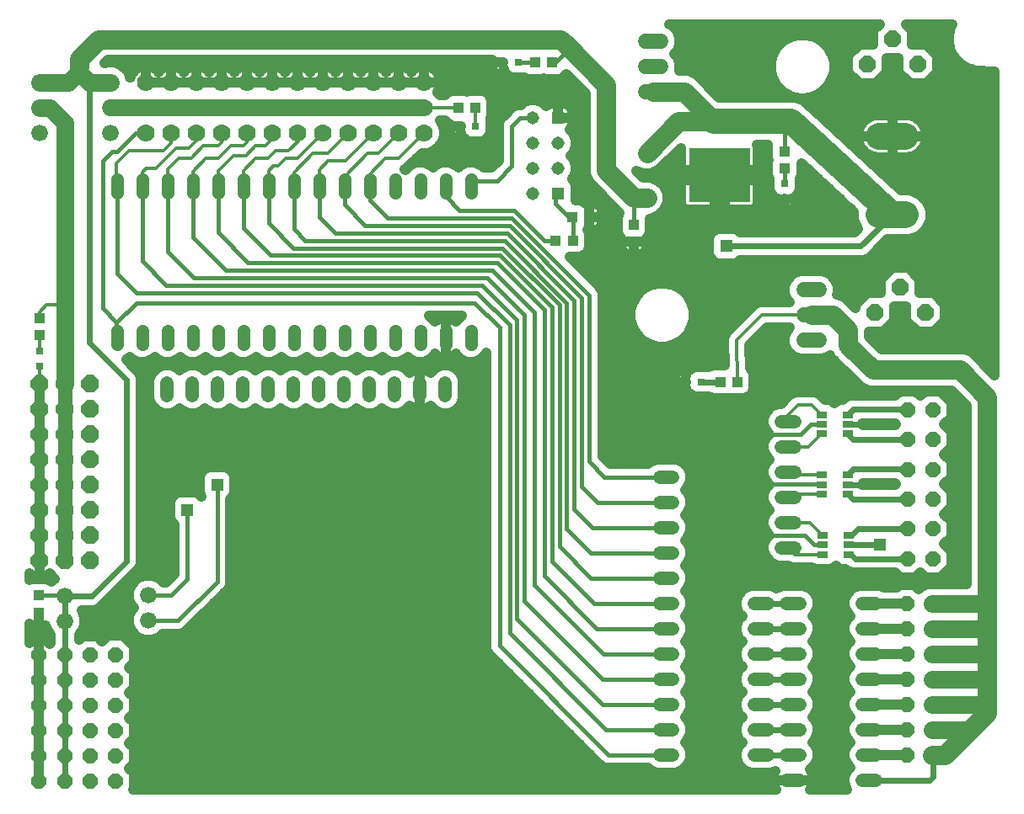
<source format=gtl>
G75*
%MOIN*%
%OFA0B0*%
%FSLAX25Y25*%
%IPPOS*%
%LPD*%
%AMOC8*
5,1,8,0,0,1.08239X$1,22.5*
%
%ADD10R,0.24409X0.21260*%
%ADD11R,0.06299X0.03937*%
%ADD12C,0.05200*%
%ADD13OC8,0.07000*%
%ADD14C,0.07000*%
%ADD15C,0.06600*%
%ADD16R,0.03150X0.03150*%
%ADD17R,0.04331X0.03937*%
%ADD18R,0.03937X0.04331*%
%ADD19R,0.03937X0.02756*%
%ADD20OC8,0.06000*%
%ADD21C,0.05150*%
%ADD22C,0.10630*%
%ADD23OC8,0.06600*%
%ADD24R,0.05150X0.05150*%
%ADD25C,0.05150*%
%ADD26C,0.06000*%
%ADD27C,0.04000*%
%ADD28C,0.01200*%
%ADD29C,0.01600*%
%ADD30C,0.02400*%
%ADD31R,0.04750X0.04750*%
%ADD32C,0.07600*%
%ADD33C,0.07000*%
%ADD34C,0.10000*%
%ADD35C,0.06600*%
%ADD36C,0.05600*%
D10*
X0304997Y0252473D03*
D11*
X0276257Y0243497D03*
X0276257Y0261450D03*
D12*
X0196581Y0170446D02*
X0196581Y0165246D01*
X0186581Y0165246D02*
X0186581Y0170446D01*
X0176581Y0170446D02*
X0176581Y0165246D01*
X0166581Y0165246D02*
X0166581Y0170446D01*
X0156581Y0170446D02*
X0156581Y0165246D01*
X0146581Y0165246D02*
X0146581Y0170446D01*
X0136581Y0170446D02*
X0136581Y0165246D01*
X0126581Y0165246D02*
X0126581Y0170446D01*
X0116581Y0170446D02*
X0116581Y0165246D01*
X0106581Y0165246D02*
X0106581Y0170446D01*
X0096581Y0170446D02*
X0096581Y0165246D01*
X0086581Y0165246D02*
X0086581Y0170446D01*
X0281334Y0133103D02*
X0286534Y0133103D01*
X0286534Y0123103D02*
X0281334Y0123103D01*
X0281334Y0113103D02*
X0286534Y0113103D01*
X0286534Y0103103D02*
X0281334Y0103103D01*
X0281334Y0093103D02*
X0286534Y0093103D01*
X0286534Y0083103D02*
X0281334Y0083103D01*
X0281334Y0073103D02*
X0286534Y0073103D01*
X0286534Y0063103D02*
X0281334Y0063103D01*
X0281334Y0053103D02*
X0286534Y0053103D01*
X0286534Y0043103D02*
X0281334Y0043103D01*
X0281334Y0033103D02*
X0286534Y0033103D01*
X0286534Y0023103D02*
X0281334Y0023103D01*
X0318814Y0022906D02*
X0324014Y0022906D01*
X0331531Y0023103D02*
X0336731Y0023103D01*
X0336731Y0013103D02*
X0331531Y0013103D01*
X0331531Y0033103D02*
X0336731Y0033103D01*
X0336731Y0043103D02*
X0331531Y0043103D01*
X0324014Y0042906D02*
X0318814Y0042906D01*
X0318814Y0032906D02*
X0324014Y0032906D01*
X0324014Y0052906D02*
X0318814Y0052906D01*
X0318814Y0062906D02*
X0324014Y0062906D01*
X0331531Y0063103D02*
X0336731Y0063103D01*
X0336731Y0073103D02*
X0331531Y0073103D01*
X0324014Y0072906D02*
X0318814Y0072906D01*
X0318814Y0082906D02*
X0324014Y0082906D01*
X0331531Y0083103D02*
X0336731Y0083103D01*
X0361531Y0083103D02*
X0366731Y0083103D01*
X0366731Y0073103D02*
X0361531Y0073103D01*
X0361531Y0063103D02*
X0366731Y0063103D01*
X0366731Y0053103D02*
X0361531Y0053103D01*
X0361531Y0043103D02*
X0366731Y0043103D01*
X0366731Y0033103D02*
X0361531Y0033103D01*
X0361531Y0023103D02*
X0366731Y0023103D01*
X0366731Y0013103D02*
X0361531Y0013103D01*
X0336731Y0053103D02*
X0331531Y0053103D01*
X0329523Y0105111D02*
X0334723Y0105111D01*
X0334723Y0115111D02*
X0329523Y0115111D01*
X0329523Y0125111D02*
X0334723Y0125111D01*
X0334723Y0135111D02*
X0329523Y0135111D01*
X0329523Y0145111D02*
X0334723Y0145111D01*
X0334723Y0155111D02*
X0329523Y0155111D01*
D13*
X0056060Y0160072D03*
X0046060Y0160072D03*
X0036060Y0160072D03*
X0036060Y0150072D03*
X0046060Y0150072D03*
X0056060Y0150072D03*
X0056060Y0140072D03*
X0046060Y0140072D03*
X0036060Y0140072D03*
X0036060Y0130072D03*
X0046060Y0130072D03*
X0056060Y0130072D03*
X0056060Y0120072D03*
X0046060Y0120072D03*
X0036060Y0120072D03*
X0036060Y0110072D03*
X0046060Y0110072D03*
X0056060Y0110072D03*
X0056060Y0100072D03*
X0046060Y0100072D03*
X0036060Y0100072D03*
X0036060Y0170072D03*
X0046060Y0170072D03*
X0056060Y0170072D03*
D14*
X0078146Y0269284D03*
X0088146Y0269284D03*
X0098146Y0269284D03*
X0108146Y0269284D03*
X0118146Y0269284D03*
X0128146Y0269284D03*
X0138146Y0269284D03*
X0148146Y0269284D03*
X0158146Y0269284D03*
X0168146Y0269284D03*
X0178146Y0269284D03*
X0188146Y0269284D03*
X0188146Y0279284D03*
X0178146Y0279284D03*
X0168146Y0279284D03*
X0158146Y0279284D03*
X0148146Y0279284D03*
X0138146Y0279284D03*
X0128146Y0279284D03*
X0118146Y0279284D03*
X0108146Y0279284D03*
X0098146Y0279284D03*
X0088146Y0279284D03*
X0078146Y0279284D03*
X0078146Y0289284D03*
X0088146Y0289284D03*
X0098146Y0289284D03*
X0108146Y0289284D03*
X0118146Y0289284D03*
X0128146Y0289284D03*
X0138146Y0289284D03*
X0148146Y0289284D03*
X0158146Y0289284D03*
X0168146Y0289284D03*
X0178146Y0289284D03*
X0188146Y0289284D03*
D15*
X0064091Y0289402D03*
X0064091Y0279402D03*
X0064091Y0269402D03*
X0036217Y0269324D03*
X0036217Y0279324D03*
X0036217Y0289324D03*
X0046138Y0086056D03*
X0046138Y0076056D03*
X0079209Y0076307D03*
X0079209Y0086307D03*
D16*
X0036020Y0176961D03*
X0036020Y0182867D03*
X0202674Y0272001D03*
X0208579Y0272001D03*
X0219603Y0297198D03*
X0225509Y0297198D03*
X0330784Y0249324D03*
X0330784Y0243418D03*
X0297773Y0170767D03*
X0291868Y0170767D03*
D17*
X0330705Y0255190D03*
X0330705Y0261883D03*
X0036138Y0195898D03*
X0036138Y0189206D03*
D18*
X0035902Y0086135D03*
X0035902Y0079442D03*
X0240233Y0226725D03*
X0246926Y0226725D03*
X0246886Y0236056D03*
X0253579Y0236056D03*
X0271138Y0233024D03*
X0271138Y0226331D03*
X0305254Y0170767D03*
X0311946Y0170767D03*
X0208540Y0279284D03*
X0201847Y0279284D03*
X0232083Y0297158D03*
X0238776Y0297158D03*
D19*
X0345430Y0157788D03*
X0345430Y0154048D03*
X0345430Y0150308D03*
X0355666Y0150308D03*
X0355666Y0154048D03*
X0355666Y0157788D03*
X0355666Y0133851D03*
X0355666Y0130111D03*
X0355666Y0126371D03*
X0345430Y0126371D03*
X0345430Y0130111D03*
X0345430Y0133851D03*
X0345823Y0109914D03*
X0345823Y0106174D03*
X0345823Y0102434D03*
X0356060Y0102434D03*
X0356060Y0106174D03*
X0356060Y0109914D03*
D20*
X0379327Y0112473D03*
X0389327Y0112473D03*
X0389327Y0124284D03*
X0379327Y0124284D03*
X0379327Y0136095D03*
X0389327Y0136095D03*
X0389327Y0147906D03*
X0379327Y0147906D03*
X0379327Y0159717D03*
X0389327Y0159717D03*
X0389327Y0100662D03*
X0379327Y0100662D03*
X0379131Y0082828D03*
X0389131Y0082828D03*
X0389131Y0072828D03*
X0379131Y0072828D03*
X0379131Y0062828D03*
X0389131Y0062828D03*
X0389131Y0052828D03*
X0379131Y0052828D03*
X0379131Y0042828D03*
X0389131Y0042828D03*
X0389131Y0032828D03*
X0379131Y0032828D03*
X0379131Y0022828D03*
X0389131Y0022828D03*
X0066020Y0022749D03*
X0055981Y0022552D03*
X0046138Y0022552D03*
X0035902Y0022552D03*
X0035902Y0032552D03*
X0046138Y0032552D03*
X0055981Y0032552D03*
X0066020Y0032749D03*
X0066020Y0042749D03*
X0055981Y0042552D03*
X0046138Y0042552D03*
X0035902Y0042552D03*
X0035902Y0052552D03*
X0035902Y0062552D03*
X0046138Y0062552D03*
X0055981Y0062552D03*
X0055981Y0052552D03*
X0046138Y0052552D03*
X0066020Y0052749D03*
X0066020Y0062749D03*
X0066020Y0012749D03*
X0055981Y0012552D03*
X0046138Y0012552D03*
X0035902Y0012552D03*
D21*
X0066611Y0185646D02*
X0066611Y0190796D01*
X0076611Y0190796D02*
X0076611Y0185646D01*
X0086611Y0185646D02*
X0086611Y0190796D01*
X0096611Y0190796D02*
X0096611Y0185646D01*
X0106611Y0185646D02*
X0106611Y0190796D01*
X0116611Y0190796D02*
X0116611Y0185646D01*
X0126611Y0185646D02*
X0126611Y0190796D01*
X0136611Y0190796D02*
X0136611Y0185646D01*
X0146611Y0185646D02*
X0146611Y0190796D01*
X0156611Y0190796D02*
X0156611Y0185646D01*
X0166611Y0185646D02*
X0166611Y0190796D01*
X0176611Y0190796D02*
X0176611Y0185646D01*
X0186611Y0185646D02*
X0186611Y0190796D01*
X0196611Y0190796D02*
X0196611Y0185646D01*
X0206611Y0185646D02*
X0206611Y0190796D01*
X0206611Y0245646D02*
X0206611Y0250796D01*
X0196611Y0250796D02*
X0196611Y0245646D01*
X0186611Y0245646D02*
X0186611Y0250796D01*
X0176611Y0250796D02*
X0176611Y0245646D01*
X0166611Y0245646D02*
X0166611Y0250796D01*
X0156611Y0250796D02*
X0156611Y0245646D01*
X0146611Y0245646D02*
X0146611Y0250796D01*
X0136611Y0250796D02*
X0136611Y0245646D01*
X0126611Y0245646D02*
X0126611Y0250796D01*
X0116611Y0250796D02*
X0116611Y0245646D01*
X0106611Y0245646D02*
X0106611Y0250796D01*
X0096611Y0250796D02*
X0096611Y0245646D01*
X0086611Y0245646D02*
X0086611Y0250796D01*
X0076611Y0250796D02*
X0076611Y0245646D01*
X0066611Y0245646D02*
X0066611Y0250796D01*
D22*
X0367949Y0236883D02*
X0378579Y0236883D01*
X0378579Y0267985D02*
X0367949Y0267985D01*
D23*
X0363501Y0296607D03*
X0373501Y0306607D03*
X0383501Y0296607D03*
X0376453Y0208182D03*
X0366453Y0198182D03*
X0386453Y0198182D03*
D24*
X0241070Y0245249D03*
X0241070Y0275249D03*
D25*
X0241070Y0265249D03*
X0231070Y0265249D03*
X0231070Y0275249D03*
X0231070Y0255249D03*
X0241070Y0255249D03*
X0231070Y0245249D03*
D26*
X0275776Y0285623D02*
X0281776Y0285623D01*
X0281776Y0295623D02*
X0275776Y0295623D01*
X0275776Y0305623D02*
X0281776Y0305623D01*
X0338257Y0207198D02*
X0344257Y0207198D01*
X0344257Y0197198D02*
X0338257Y0197198D01*
X0338257Y0187198D02*
X0344257Y0187198D01*
D27*
X0035902Y0018552D02*
X0035902Y0012552D01*
X0035902Y0012552D01*
X0035902Y0022552D01*
X0035902Y0028552D01*
X0035902Y0032552D01*
X0035902Y0038552D01*
X0035902Y0042552D01*
X0035902Y0048552D01*
X0035902Y0052552D01*
X0035902Y0062552D01*
X0035902Y0068552D01*
X0033417Y0068552D01*
X0032060Y0067195D01*
X0032060Y0074920D01*
X0032513Y0074618D01*
X0033059Y0074392D01*
X0033638Y0074276D01*
X0035902Y0074276D01*
X0035902Y0079442D01*
X0035902Y0079442D01*
X0035902Y0074276D01*
X0038166Y0074276D01*
X0038513Y0074345D01*
X0039611Y0071694D01*
X0040538Y0070766D01*
X0040538Y0067417D01*
X0040030Y0066909D01*
X0038388Y0068552D01*
X0035902Y0068552D01*
X0035902Y0062552D01*
X0035902Y0062552D01*
X0035902Y0062552D01*
X0035902Y0056552D01*
X0035902Y0052552D01*
X0035902Y0052552D01*
X0035902Y0052552D01*
X0035902Y0042552D01*
X0035902Y0042552D01*
X0035902Y0042552D01*
X0035902Y0032552D01*
X0035902Y0032552D01*
X0035902Y0032552D01*
X0035902Y0022552D01*
X0035902Y0022552D01*
X0035902Y0022552D01*
X0035902Y0018552D01*
X0035902Y0019294D02*
X0035902Y0019294D01*
X0035902Y0015296D02*
X0035902Y0015296D01*
X0035902Y0023293D02*
X0035902Y0023293D01*
X0035902Y0027291D02*
X0035902Y0027291D01*
X0035902Y0031290D02*
X0035902Y0031290D01*
X0035902Y0035288D02*
X0035902Y0035288D01*
X0035902Y0039287D02*
X0035902Y0039287D01*
X0035902Y0043285D02*
X0035902Y0043285D01*
X0035902Y0047284D02*
X0035902Y0047284D01*
X0035902Y0051282D02*
X0035902Y0051282D01*
X0035902Y0055281D02*
X0035902Y0055281D01*
X0035902Y0059279D02*
X0035902Y0059279D01*
X0035902Y0063278D02*
X0035902Y0063278D01*
X0035902Y0067276D02*
X0035902Y0067276D01*
X0032141Y0067276D02*
X0032060Y0067276D01*
X0032060Y0071275D02*
X0040030Y0071275D01*
X0039663Y0067276D02*
X0040398Y0067276D01*
X0035902Y0075273D02*
X0035902Y0075273D01*
X0035902Y0079272D02*
X0035902Y0079272D01*
X0052628Y0080456D02*
X0057764Y0080456D01*
X0059822Y0081308D01*
X0075098Y0096585D01*
X0075951Y0098643D01*
X0075951Y0172721D01*
X0075098Y0174779D01*
X0073523Y0176355D01*
X0070266Y0179611D01*
X0070562Y0179734D01*
X0071611Y0180783D01*
X0072660Y0179734D01*
X0075223Y0178672D01*
X0077998Y0178672D01*
X0080562Y0179734D01*
X0081611Y0180783D01*
X0082660Y0179734D01*
X0085223Y0178672D01*
X0087998Y0178672D01*
X0090562Y0179734D01*
X0091611Y0180783D01*
X0092660Y0179734D01*
X0095223Y0178672D01*
X0097998Y0178672D01*
X0100562Y0179734D01*
X0101611Y0180783D01*
X0102660Y0179734D01*
X0105223Y0178672D01*
X0107998Y0178672D01*
X0110562Y0179734D01*
X0111611Y0180783D01*
X0112660Y0179734D01*
X0115223Y0178672D01*
X0117998Y0178672D01*
X0120562Y0179734D01*
X0121611Y0180783D01*
X0122660Y0179734D01*
X0125223Y0178672D01*
X0127998Y0178672D01*
X0130562Y0179734D01*
X0131611Y0180783D01*
X0132660Y0179734D01*
X0135223Y0178672D01*
X0137998Y0178672D01*
X0140562Y0179734D01*
X0141611Y0180783D01*
X0142660Y0179734D01*
X0145223Y0178672D01*
X0147998Y0178672D01*
X0150562Y0179734D01*
X0151611Y0180783D01*
X0152660Y0179734D01*
X0155223Y0178672D01*
X0157998Y0178672D01*
X0160562Y0179734D01*
X0161611Y0180783D01*
X0162660Y0179734D01*
X0165223Y0178672D01*
X0167998Y0178672D01*
X0170562Y0179734D01*
X0171611Y0180783D01*
X0172660Y0179734D01*
X0175223Y0178672D01*
X0177998Y0178672D01*
X0180562Y0179734D01*
X0181611Y0180783D01*
X0182660Y0179734D01*
X0185223Y0178672D01*
X0187998Y0178672D01*
X0190562Y0179734D01*
X0192524Y0181696D01*
X0192569Y0181804D01*
X0192979Y0181394D01*
X0193689Y0180878D01*
X0194471Y0180480D01*
X0195305Y0180209D01*
X0196172Y0180072D01*
X0196611Y0180072D01*
X0197050Y0180072D01*
X0197916Y0180209D01*
X0198751Y0180480D01*
X0199533Y0180878D01*
X0200243Y0181394D01*
X0200653Y0181804D01*
X0200698Y0181696D01*
X0202660Y0179734D01*
X0205223Y0178672D01*
X0207998Y0178672D01*
X0210562Y0179734D01*
X0212524Y0181696D01*
X0212789Y0182335D01*
X0212789Y0065258D01*
X0213580Y0063347D01*
X0258232Y0018695D01*
X0260143Y0017903D01*
X0276634Y0017903D01*
X0277369Y0017169D01*
X0279941Y0016103D01*
X0287926Y0016103D01*
X0290499Y0017169D01*
X0292468Y0019138D01*
X0293534Y0021711D01*
X0293534Y0024496D01*
X0292468Y0027068D01*
X0291433Y0028103D01*
X0292468Y0029138D01*
X0293534Y0031711D01*
X0293534Y0034496D01*
X0292468Y0037068D01*
X0291433Y0038103D01*
X0292468Y0039138D01*
X0293534Y0041711D01*
X0293534Y0044496D01*
X0292468Y0047068D01*
X0291433Y0048103D01*
X0292468Y0049138D01*
X0293534Y0051711D01*
X0293534Y0054496D01*
X0292468Y0057068D01*
X0291433Y0058103D01*
X0292468Y0059138D01*
X0293534Y0061711D01*
X0293534Y0064496D01*
X0292468Y0067068D01*
X0291433Y0068103D01*
X0292468Y0069138D01*
X0293534Y0071711D01*
X0293534Y0074496D01*
X0292468Y0077068D01*
X0291433Y0078103D01*
X0292468Y0079138D01*
X0293534Y0081711D01*
X0293534Y0084496D01*
X0292468Y0087068D01*
X0291433Y0088103D01*
X0292468Y0089138D01*
X0293534Y0091711D01*
X0293534Y0094496D01*
X0292468Y0097068D01*
X0291433Y0098103D01*
X0292468Y0099138D01*
X0293534Y0101711D01*
X0293534Y0104496D01*
X0292468Y0107068D01*
X0291433Y0108103D01*
X0292468Y0109138D01*
X0293534Y0111711D01*
X0293534Y0114496D01*
X0292468Y0117068D01*
X0291433Y0118103D01*
X0292468Y0119138D01*
X0293534Y0121711D01*
X0293534Y0124496D01*
X0292468Y0127068D01*
X0291433Y0128103D01*
X0292468Y0129138D01*
X0293534Y0131711D01*
X0293534Y0134496D01*
X0292468Y0137068D01*
X0290499Y0139037D01*
X0287926Y0140103D01*
X0279941Y0140103D01*
X0277369Y0139037D01*
X0276634Y0138303D01*
X0261599Y0138303D01*
X0258622Y0141281D01*
X0258622Y0206106D01*
X0257830Y0208017D01*
X0256367Y0209480D01*
X0245688Y0220160D01*
X0249770Y0220160D01*
X0251387Y0220830D01*
X0252624Y0222067D01*
X0253294Y0223685D01*
X0253294Y0229766D01*
X0252828Y0230891D01*
X0253579Y0230891D01*
X0253579Y0236056D01*
X0253579Y0241221D01*
X0252078Y0241221D01*
X0251347Y0241951D01*
X0249730Y0242621D01*
X0248044Y0242621D01*
X0248044Y0248699D01*
X0247374Y0250316D01*
X0246688Y0251003D01*
X0246982Y0251298D01*
X0248044Y0253861D01*
X0248044Y0256636D01*
X0246982Y0259200D01*
X0245933Y0260249D01*
X0246982Y0261298D01*
X0248044Y0263861D01*
X0248044Y0266636D01*
X0246982Y0269200D01*
X0245698Y0270485D01*
X0245975Y0270762D01*
X0246303Y0271253D01*
X0246529Y0271799D01*
X0246644Y0272379D01*
X0246644Y0275249D01*
X0246644Y0278119D01*
X0246529Y0278699D01*
X0246303Y0279245D01*
X0245975Y0279736D01*
X0245557Y0280154D01*
X0245065Y0280482D01*
X0244519Y0280708D01*
X0243940Y0280824D01*
X0241070Y0280824D01*
X0241070Y0275249D01*
X0246644Y0275249D01*
X0241070Y0275249D01*
X0241070Y0275249D01*
X0241069Y0275249D01*
X0241069Y0280824D01*
X0238199Y0280824D01*
X0237620Y0280708D01*
X0237074Y0280482D01*
X0236582Y0280154D01*
X0236305Y0279877D01*
X0235020Y0281162D01*
X0232457Y0282224D01*
X0229682Y0282224D01*
X0227119Y0281162D01*
X0226406Y0280449D01*
X0225124Y0280449D01*
X0223213Y0279657D01*
X0219965Y0276409D01*
X0218502Y0274946D01*
X0217710Y0273035D01*
X0217710Y0258407D01*
X0214851Y0255547D01*
X0211724Y0255547D01*
X0210562Y0256709D01*
X0207998Y0257771D01*
X0205223Y0257771D01*
X0202660Y0256709D01*
X0201611Y0255660D01*
X0200562Y0256709D01*
X0197998Y0257771D01*
X0195223Y0257771D01*
X0192660Y0256709D01*
X0191611Y0255660D01*
X0190562Y0256709D01*
X0187998Y0257771D01*
X0185223Y0257771D01*
X0182660Y0256709D01*
X0180698Y0254747D01*
X0180653Y0254638D01*
X0180493Y0254798D01*
X0180900Y0254967D01*
X0187317Y0261384D01*
X0189718Y0261384D01*
X0192621Y0262587D01*
X0194844Y0264809D01*
X0196046Y0267713D01*
X0196046Y0270856D01*
X0194844Y0273759D01*
X0194319Y0274284D01*
X0196491Y0274284D01*
X0197386Y0273389D01*
X0198099Y0273093D01*
X0198099Y0272001D01*
X0202605Y0272001D01*
X0202605Y0272001D01*
X0198099Y0272001D01*
X0198099Y0270130D01*
X0198214Y0269551D01*
X0198441Y0269005D01*
X0198769Y0268514D01*
X0199187Y0268096D01*
X0199678Y0267767D01*
X0200224Y0267541D01*
X0200804Y0267426D01*
X0202674Y0267426D01*
X0203782Y0267426D01*
X0204512Y0266696D01*
X0206129Y0266026D01*
X0211029Y0266026D01*
X0212647Y0266696D01*
X0213884Y0267934D01*
X0214554Y0269551D01*
X0214554Y0274451D01*
X0214360Y0274920D01*
X0214909Y0276244D01*
X0214909Y0282325D01*
X0214239Y0283942D01*
X0213001Y0285180D01*
X0211384Y0285850D01*
X0205696Y0285850D01*
X0205194Y0285641D01*
X0204691Y0285850D01*
X0199003Y0285850D01*
X0197386Y0285180D01*
X0196491Y0284284D01*
X0194319Y0284284D01*
X0193291Y0285312D01*
X0193562Y0285665D01*
X0193988Y0286403D01*
X0194315Y0287190D01*
X0194535Y0288013D01*
X0194646Y0288858D01*
X0194646Y0289284D01*
X0188146Y0289284D01*
X0181646Y0289284D01*
X0178146Y0289284D01*
X0174646Y0289284D01*
X0168146Y0289284D01*
X0161646Y0289284D01*
X0158146Y0289284D01*
X0151646Y0289284D01*
X0148146Y0289284D01*
X0141646Y0289284D01*
X0138146Y0289284D01*
X0131646Y0289284D01*
X0128146Y0289284D01*
X0121646Y0289284D01*
X0118146Y0289284D01*
X0111646Y0289284D01*
X0108146Y0289284D01*
X0104646Y0289284D01*
X0098146Y0289284D01*
X0091646Y0289284D01*
X0088146Y0289284D01*
X0081646Y0289284D01*
X0078146Y0289284D01*
X0078146Y0295784D01*
X0077720Y0295784D01*
X0076876Y0295673D01*
X0076052Y0295452D01*
X0075265Y0295126D01*
X0074527Y0294700D01*
X0073851Y0294182D01*
X0073249Y0293579D01*
X0072730Y0292903D01*
X0072304Y0292165D01*
X0071978Y0291378D01*
X0071917Y0291152D01*
X0070788Y0293877D01*
X0068566Y0296100D01*
X0065663Y0297302D01*
X0062520Y0297302D01*
X0061950Y0297066D01*
X0061737Y0297066D01*
X0062921Y0298250D01*
X0215028Y0298250D01*
X0215028Y0297198D01*
X0219534Y0297198D01*
X0219534Y0297198D01*
X0215028Y0297198D01*
X0215028Y0295327D01*
X0215144Y0294748D01*
X0215370Y0294202D01*
X0215698Y0293710D01*
X0216116Y0293293D01*
X0216607Y0292964D01*
X0217153Y0292738D01*
X0217733Y0292623D01*
X0219603Y0292623D01*
X0219603Y0294581D01*
X0219603Y0294580D01*
X0219603Y0292623D01*
X0220711Y0292623D01*
X0221441Y0291893D01*
X0223059Y0291223D01*
X0227719Y0291223D01*
X0229240Y0290593D01*
X0234927Y0290593D01*
X0235430Y0290801D01*
X0235933Y0290593D01*
X0241620Y0290593D01*
X0243237Y0291263D01*
X0244475Y0292501D01*
X0244501Y0292563D01*
X0252040Y0285023D01*
X0252040Y0252829D01*
X0253288Y0249815D01*
X0265434Y0237669D01*
X0264770Y0236065D01*
X0264770Y0229984D01*
X0265440Y0228367D01*
X0266170Y0227637D01*
X0266170Y0226332D01*
X0271138Y0226332D01*
X0271138Y0226331D01*
X0271138Y0226331D01*
X0271138Y0221166D01*
X0268874Y0221166D01*
X0268295Y0221281D01*
X0267749Y0221508D01*
X0267258Y0221836D01*
X0266840Y0222254D01*
X0266511Y0222745D01*
X0266285Y0223291D01*
X0266170Y0223871D01*
X0266170Y0226331D01*
X0271138Y0226331D01*
X0271138Y0221166D01*
X0273402Y0221166D01*
X0273982Y0221281D01*
X0274528Y0221508D01*
X0275019Y0221836D01*
X0275437Y0222254D01*
X0275766Y0222745D01*
X0275992Y0223291D01*
X0276107Y0223871D01*
X0276107Y0226331D01*
X0271139Y0226331D01*
X0271139Y0226332D01*
X0276107Y0226332D01*
X0276107Y0227637D01*
X0276837Y0228367D01*
X0277507Y0229984D01*
X0277507Y0235297D01*
X0277888Y0235297D01*
X0280901Y0236545D01*
X0283208Y0238852D01*
X0284457Y0241866D01*
X0284457Y0245128D01*
X0283208Y0248142D01*
X0280901Y0250448D01*
X0277888Y0251697D01*
X0274599Y0251697D01*
X0271930Y0254366D01*
X0274625Y0253250D01*
X0277888Y0253250D01*
X0280901Y0254498D01*
X0289792Y0263389D01*
X0289792Y0254473D01*
X0302997Y0254473D01*
X0302997Y0250473D01*
X0306997Y0250473D01*
X0306997Y0254473D01*
X0320201Y0254473D01*
X0320201Y0263399D01*
X0320086Y0263978D01*
X0319860Y0264524D01*
X0319830Y0264569D01*
X0324140Y0264569D01*
X0324140Y0259039D01*
X0324348Y0258536D01*
X0324140Y0258033D01*
X0324140Y0252346D01*
X0324809Y0250730D01*
X0324809Y0246874D01*
X0325479Y0245256D01*
X0326209Y0244526D01*
X0326209Y0243418D01*
X0326209Y0241548D01*
X0326325Y0240968D01*
X0326551Y0240422D01*
X0326879Y0239931D01*
X0327297Y0239513D01*
X0327788Y0239185D01*
X0328334Y0238959D01*
X0328914Y0238843D01*
X0330784Y0238843D01*
X0330784Y0243349D01*
X0330784Y0243349D01*
X0330784Y0238843D01*
X0332654Y0238843D01*
X0333234Y0238959D01*
X0333780Y0239185D01*
X0334271Y0239513D01*
X0334689Y0239931D01*
X0335017Y0240422D01*
X0335244Y0240968D01*
X0335359Y0241548D01*
X0335359Y0243418D01*
X0333401Y0243418D01*
X0333402Y0243418D01*
X0335359Y0243418D01*
X0335359Y0244526D01*
X0336089Y0245256D01*
X0336759Y0246874D01*
X0336759Y0251110D01*
X0337271Y0252346D01*
X0337271Y0257409D01*
X0358235Y0237991D01*
X0358235Y0234950D01*
X0359714Y0231380D01*
X0359778Y0231315D01*
X0358541Y0230078D01*
X0313048Y0230078D01*
X0312543Y0230583D01*
X0310926Y0231253D01*
X0304426Y0231253D01*
X0302809Y0230583D01*
X0301571Y0229346D01*
X0300901Y0227728D01*
X0300901Y0221228D01*
X0301571Y0219611D01*
X0302809Y0218373D01*
X0304426Y0217704D01*
X0310926Y0217704D01*
X0312543Y0218373D01*
X0313048Y0218878D01*
X0361974Y0218878D01*
X0364032Y0219731D01*
X0371469Y0227168D01*
X0380512Y0227168D01*
X0384082Y0228647D01*
X0386815Y0231380D01*
X0388294Y0234950D01*
X0388294Y0238815D01*
X0386815Y0242386D01*
X0384082Y0245119D01*
X0380512Y0246598D01*
X0376609Y0246598D01*
X0342492Y0278198D01*
X0342492Y0278198D01*
X0339745Y0280743D01*
X0338550Y0281938D01*
X0338378Y0282009D01*
X0338241Y0282136D01*
X0336656Y0282723D01*
X0335095Y0283369D01*
X0334909Y0283369D01*
X0334734Y0283434D01*
X0333045Y0283369D01*
X0304831Y0283369D01*
X0295626Y0292574D01*
X0292612Y0293823D01*
X0289040Y0293823D01*
X0289176Y0294151D01*
X0289176Y0297095D01*
X0288050Y0299815D01*
X0287241Y0300623D01*
X0288050Y0301431D01*
X0289176Y0304151D01*
X0289176Y0307095D01*
X0288050Y0309815D01*
X0285968Y0311896D01*
X0285088Y0312261D01*
X0368265Y0312261D01*
X0365801Y0309797D01*
X0365801Y0304307D01*
X0360311Y0304307D01*
X0355801Y0299797D01*
X0355801Y0293418D01*
X0360311Y0288907D01*
X0366690Y0288907D01*
X0371201Y0293418D01*
X0371201Y0298907D01*
X0375801Y0298907D01*
X0375801Y0293418D01*
X0380311Y0288907D01*
X0386690Y0288907D01*
X0391201Y0293418D01*
X0391201Y0299797D01*
X0386690Y0304307D01*
X0381201Y0304307D01*
X0381201Y0309797D01*
X0378737Y0312261D01*
X0397103Y0312261D01*
X0396488Y0311197D01*
X0395650Y0308069D01*
X0395650Y0304830D01*
X0396488Y0301702D01*
X0398108Y0298898D01*
X0400398Y0296608D01*
X0403202Y0294989D01*
X0404849Y0294547D01*
X0406039Y0293979D01*
X0413760Y0293567D01*
X0413760Y0173456D01*
X0404720Y0182496D01*
X0401707Y0183744D01*
X0369023Y0183744D01*
X0363984Y0188783D01*
X0363984Y0190482D01*
X0369643Y0190482D01*
X0374153Y0194992D01*
X0374153Y0200482D01*
X0378753Y0200482D01*
X0378753Y0194992D01*
X0383264Y0190482D01*
X0389643Y0190482D01*
X0394153Y0194992D01*
X0394153Y0201371D01*
X0389643Y0205882D01*
X0384153Y0205882D01*
X0384153Y0211371D01*
X0379643Y0215882D01*
X0373264Y0215882D01*
X0368753Y0211371D01*
X0368753Y0205882D01*
X0363264Y0205882D01*
X0358753Y0201371D01*
X0358753Y0199919D01*
X0354524Y0204149D01*
X0351519Y0205394D01*
X0351657Y0205726D01*
X0351657Y0208670D01*
X0350530Y0211389D01*
X0348448Y0213471D01*
X0345729Y0214598D01*
X0336785Y0214598D01*
X0334065Y0213471D01*
X0331983Y0211389D01*
X0330857Y0208670D01*
X0330857Y0205726D01*
X0331983Y0203006D01*
X0332791Y0202198D01*
X0320734Y0202198D01*
X0318897Y0201436D01*
X0317490Y0200030D01*
X0309048Y0191587D01*
X0309039Y0191584D01*
X0308345Y0190885D01*
X0307648Y0190187D01*
X0307644Y0190179D01*
X0307637Y0190172D01*
X0307263Y0189259D01*
X0306886Y0188350D01*
X0306886Y0188340D01*
X0306883Y0188332D01*
X0306886Y0187345D01*
X0306886Y0186361D01*
X0306890Y0186352D01*
X0306923Y0177332D01*
X0302410Y0177332D01*
X0300793Y0176663D01*
X0300682Y0176552D01*
X0300223Y0176742D01*
X0295323Y0176742D01*
X0293706Y0176072D01*
X0292976Y0175342D01*
X0291868Y0175342D01*
X0291868Y0173384D01*
X0291868Y0175342D01*
X0289997Y0175342D01*
X0289418Y0175227D01*
X0288872Y0175000D01*
X0288381Y0174672D01*
X0287963Y0174254D01*
X0287634Y0173763D01*
X0287408Y0173217D01*
X0287293Y0172637D01*
X0287293Y0170767D01*
X0287293Y0168897D01*
X0287408Y0168317D01*
X0287634Y0167771D01*
X0287963Y0167280D01*
X0288381Y0166862D01*
X0288872Y0166534D01*
X0289418Y0166308D01*
X0289997Y0166192D01*
X0291868Y0166192D01*
X0292976Y0166192D01*
X0293706Y0165462D01*
X0295323Y0164792D01*
X0300223Y0164792D01*
X0300682Y0164982D01*
X0300793Y0164872D01*
X0302410Y0164202D01*
X0308097Y0164202D01*
X0308600Y0164410D01*
X0309103Y0164202D01*
X0314790Y0164202D01*
X0316407Y0164872D01*
X0317645Y0166109D01*
X0318315Y0167727D01*
X0318315Y0173808D01*
X0317645Y0175425D01*
X0316927Y0176143D01*
X0316894Y0185292D01*
X0323800Y0192198D01*
X0332791Y0192198D01*
X0331983Y0191389D01*
X0330857Y0188670D01*
X0330857Y0185726D01*
X0331983Y0183006D01*
X0334065Y0180924D01*
X0336785Y0179798D01*
X0345729Y0179798D01*
X0348448Y0180924D01*
X0348667Y0181142D01*
X0348832Y0180742D01*
X0358675Y0170899D01*
X0360982Y0168592D01*
X0363996Y0167344D01*
X0396679Y0167344D01*
X0402702Y0161321D01*
X0402702Y0090728D01*
X0387559Y0090728D01*
X0386352Y0090228D01*
X0386065Y0090228D01*
X0385863Y0090025D01*
X0384656Y0089525D01*
X0383777Y0088646D01*
X0382196Y0090228D01*
X0376065Y0090228D01*
X0375065Y0089228D01*
X0370237Y0089228D01*
X0368123Y0090103D01*
X0360138Y0090103D01*
X0357565Y0089037D01*
X0355596Y0087068D01*
X0354531Y0084496D01*
X0354531Y0081711D01*
X0355596Y0079138D01*
X0356631Y0078103D01*
X0355596Y0077068D01*
X0354531Y0074496D01*
X0354531Y0071711D01*
X0355596Y0069138D01*
X0356631Y0068103D01*
X0355596Y0067068D01*
X0354531Y0064496D01*
X0354531Y0061711D01*
X0355596Y0059138D01*
X0356631Y0058103D01*
X0355596Y0057068D01*
X0354531Y0054496D01*
X0354531Y0051711D01*
X0355596Y0049138D01*
X0356631Y0048103D01*
X0355596Y0047068D01*
X0354531Y0044496D01*
X0354531Y0041711D01*
X0355596Y0039138D01*
X0356631Y0038103D01*
X0355596Y0037068D01*
X0354531Y0034496D01*
X0354531Y0031711D01*
X0355596Y0029138D01*
X0356631Y0028103D01*
X0355596Y0027068D01*
X0354531Y0024496D01*
X0354531Y0021711D01*
X0355596Y0019138D01*
X0356631Y0018103D01*
X0355596Y0017068D01*
X0354531Y0014496D01*
X0354531Y0011711D01*
X0355529Y0009300D01*
X0340847Y0009300D01*
X0341002Y0009455D01*
X0341520Y0010168D01*
X0341920Y0010953D01*
X0342193Y0011792D01*
X0342331Y0012662D01*
X0342331Y0013103D01*
X0334131Y0013103D01*
X0334131Y0013103D01*
X0342331Y0013103D01*
X0342331Y0013544D01*
X0342193Y0014414D01*
X0341920Y0015253D01*
X0341520Y0016038D01*
X0341002Y0016751D01*
X0340617Y0017136D01*
X0340696Y0017169D01*
X0342665Y0019138D01*
X0343731Y0021711D01*
X0343731Y0024496D01*
X0342665Y0027068D01*
X0341630Y0028103D01*
X0342665Y0029138D01*
X0343731Y0031711D01*
X0343731Y0034496D01*
X0342665Y0037068D01*
X0341630Y0038103D01*
X0342665Y0039138D01*
X0343731Y0041711D01*
X0343731Y0044496D01*
X0342665Y0047068D01*
X0341630Y0048103D01*
X0342665Y0049138D01*
X0343731Y0051711D01*
X0343731Y0054496D01*
X0342665Y0057068D01*
X0341630Y0058103D01*
X0342665Y0059138D01*
X0343731Y0061711D01*
X0343731Y0064496D01*
X0342665Y0067068D01*
X0341630Y0068103D01*
X0342665Y0069138D01*
X0343731Y0071711D01*
X0343731Y0074496D01*
X0342665Y0077068D01*
X0341630Y0078103D01*
X0342665Y0079138D01*
X0343731Y0081711D01*
X0343731Y0084496D01*
X0342665Y0087068D01*
X0340696Y0089037D01*
X0338123Y0090103D01*
X0330138Y0090103D01*
X0327565Y0089037D01*
X0327547Y0089019D01*
X0325406Y0089906D01*
X0317422Y0089906D01*
X0314849Y0088841D01*
X0312880Y0086871D01*
X0311814Y0084299D01*
X0311814Y0081514D01*
X0312880Y0078941D01*
X0313915Y0077906D01*
X0312880Y0076871D01*
X0311814Y0074299D01*
X0311814Y0071514D01*
X0312880Y0068941D01*
X0313915Y0067906D01*
X0312880Y0066871D01*
X0311814Y0064299D01*
X0311814Y0061514D01*
X0312880Y0058941D01*
X0313915Y0057906D01*
X0312880Y0056871D01*
X0311814Y0054299D01*
X0311814Y0051514D01*
X0312880Y0048941D01*
X0313915Y0047906D01*
X0312880Y0046871D01*
X0311814Y0044299D01*
X0311814Y0041514D01*
X0312880Y0038941D01*
X0313915Y0037906D01*
X0312880Y0036871D01*
X0311814Y0034299D01*
X0311814Y0031514D01*
X0312880Y0028941D01*
X0313915Y0027906D01*
X0312880Y0026871D01*
X0311814Y0024299D01*
X0311814Y0021514D01*
X0312880Y0018941D01*
X0314849Y0016972D01*
X0317422Y0015906D01*
X0325406Y0015906D01*
X0327179Y0016640D01*
X0326741Y0016038D01*
X0326341Y0015253D01*
X0326068Y0014414D01*
X0325931Y0013544D01*
X0325931Y0013103D01*
X0325931Y0012662D01*
X0326068Y0011792D01*
X0326341Y0010953D01*
X0326741Y0010168D01*
X0327259Y0009455D01*
X0327414Y0009300D01*
X0073037Y0009300D01*
X0073420Y0009684D01*
X0073420Y0015814D01*
X0071485Y0017749D01*
X0073420Y0019684D01*
X0073420Y0025814D01*
X0071485Y0027749D01*
X0073420Y0029684D01*
X0073420Y0035814D01*
X0071485Y0037749D01*
X0073420Y0039684D01*
X0073420Y0045814D01*
X0071485Y0047749D01*
X0073420Y0049684D01*
X0073420Y0055814D01*
X0071485Y0057749D01*
X0073420Y0059684D01*
X0073420Y0065814D01*
X0069086Y0070149D01*
X0062955Y0070149D01*
X0060902Y0068096D01*
X0059046Y0069952D01*
X0052916Y0069952D01*
X0051738Y0068775D01*
X0051738Y0070766D01*
X0052666Y0071694D01*
X0053838Y0074524D01*
X0053838Y0077588D01*
X0052666Y0080418D01*
X0052628Y0080456D01*
X0053141Y0079272D02*
X0072103Y0079272D01*
X0072682Y0080669D02*
X0071509Y0077839D01*
X0071509Y0074776D01*
X0072682Y0071946D01*
X0074848Y0069780D01*
X0077678Y0068607D01*
X0080741Y0068607D01*
X0083571Y0069780D01*
X0084899Y0071107D01*
X0091937Y0071107D01*
X0093848Y0071899D01*
X0109251Y0087302D01*
X0110713Y0088765D01*
X0111505Y0090676D01*
X0111505Y0124299D01*
X0112410Y0125204D01*
X0113080Y0126822D01*
X0113080Y0133322D01*
X0112410Y0134939D01*
X0111172Y0136177D01*
X0109555Y0136846D01*
X0103055Y0136846D01*
X0101438Y0136177D01*
X0100200Y0134939D01*
X0099530Y0133322D01*
X0099530Y0126822D01*
X0100138Y0125353D01*
X0099327Y0126165D01*
X0097710Y0126835D01*
X0091210Y0126835D01*
X0089592Y0126165D01*
X0088355Y0124927D01*
X0087685Y0123310D01*
X0087685Y0116810D01*
X0088355Y0115193D01*
X0089260Y0114288D01*
X0089260Y0094674D01*
X0086014Y0091429D01*
X0084977Y0091429D01*
X0083571Y0092835D01*
X0080741Y0094007D01*
X0077678Y0094007D01*
X0074848Y0092835D01*
X0072682Y0090669D01*
X0071509Y0087839D01*
X0071509Y0084776D01*
X0072682Y0081946D01*
X0073320Y0081307D01*
X0072682Y0080669D01*
X0072133Y0083270D02*
X0061784Y0083270D01*
X0065783Y0087269D02*
X0071509Y0087269D01*
X0069781Y0091267D02*
X0073280Y0091267D01*
X0073780Y0095266D02*
X0089260Y0095266D01*
X0089260Y0099264D02*
X0075951Y0099264D01*
X0075951Y0103263D02*
X0089260Y0103263D01*
X0089260Y0107261D02*
X0075951Y0107261D01*
X0075951Y0111260D02*
X0089260Y0111260D01*
X0088328Y0115258D02*
X0075951Y0115258D01*
X0075951Y0119257D02*
X0087685Y0119257D01*
X0087685Y0123255D02*
X0075951Y0123255D01*
X0075951Y0127254D02*
X0099530Y0127254D01*
X0099530Y0131252D02*
X0075951Y0131252D01*
X0075951Y0135251D02*
X0100512Y0135251D01*
X0112098Y0135251D02*
X0212789Y0135251D01*
X0212789Y0139249D02*
X0075951Y0139249D01*
X0075951Y0143248D02*
X0212789Y0143248D01*
X0212789Y0147246D02*
X0075951Y0147246D01*
X0075951Y0151245D02*
X0212789Y0151245D01*
X0212789Y0155243D02*
X0075951Y0155243D01*
X0075951Y0159242D02*
X0082784Y0159242D01*
X0082615Y0159312D02*
X0085188Y0158246D01*
X0087973Y0158246D01*
X0090546Y0159312D01*
X0091581Y0160347D01*
X0092615Y0159312D01*
X0095188Y0158246D01*
X0097973Y0158246D01*
X0100546Y0159312D01*
X0101581Y0160347D01*
X0102615Y0159312D01*
X0105188Y0158246D01*
X0107973Y0158246D01*
X0110546Y0159312D01*
X0111581Y0160347D01*
X0112615Y0159312D01*
X0115188Y0158246D01*
X0117973Y0158246D01*
X0120546Y0159312D01*
X0121581Y0160347D01*
X0122615Y0159312D01*
X0125188Y0158246D01*
X0127973Y0158246D01*
X0130546Y0159312D01*
X0131581Y0160347D01*
X0132615Y0159312D01*
X0135188Y0158246D01*
X0137973Y0158246D01*
X0140546Y0159312D01*
X0141581Y0160347D01*
X0142615Y0159312D01*
X0145188Y0158246D01*
X0147973Y0158246D01*
X0150546Y0159312D01*
X0151581Y0160347D01*
X0152615Y0159312D01*
X0155188Y0158246D01*
X0157973Y0158246D01*
X0160546Y0159312D01*
X0161581Y0160347D01*
X0162615Y0159312D01*
X0165188Y0158246D01*
X0167973Y0158246D01*
X0170546Y0159312D01*
X0171581Y0160347D01*
X0172615Y0159312D01*
X0175188Y0158246D01*
X0177973Y0158246D01*
X0180546Y0159312D01*
X0182515Y0161281D01*
X0182548Y0161360D01*
X0182932Y0160975D01*
X0183646Y0160456D01*
X0184431Y0160056D01*
X0185269Y0159784D01*
X0186140Y0159646D01*
X0186581Y0159646D01*
X0187021Y0159646D01*
X0187892Y0159784D01*
X0188730Y0160056D01*
X0189516Y0160456D01*
X0190229Y0160975D01*
X0190614Y0161360D01*
X0190646Y0161281D01*
X0192615Y0159312D01*
X0195188Y0158246D01*
X0197973Y0158246D01*
X0200546Y0159312D01*
X0202515Y0161281D01*
X0203581Y0163854D01*
X0203581Y0171838D01*
X0202515Y0174411D01*
X0200546Y0176380D01*
X0197973Y0177446D01*
X0195188Y0177446D01*
X0192615Y0176380D01*
X0190646Y0174411D01*
X0190614Y0174332D01*
X0190229Y0174717D01*
X0189516Y0175236D01*
X0188730Y0175636D01*
X0187892Y0175908D01*
X0187021Y0176046D01*
X0186581Y0176046D01*
X0186581Y0167846D01*
X0186581Y0167846D01*
X0186581Y0159646D01*
X0186581Y0167846D01*
X0186581Y0167846D01*
X0186581Y0176046D01*
X0186140Y0176046D01*
X0185269Y0175908D01*
X0184431Y0175636D01*
X0183646Y0175236D01*
X0181690Y0175236D01*
X0182515Y0174411D02*
X0180546Y0176380D01*
X0177973Y0177446D01*
X0175188Y0177446D01*
X0172615Y0176380D01*
X0171581Y0175345D01*
X0170546Y0176380D01*
X0167973Y0177446D01*
X0165188Y0177446D01*
X0162615Y0176380D01*
X0161581Y0175345D01*
X0160546Y0176380D01*
X0157973Y0177446D01*
X0155188Y0177446D01*
X0152615Y0176380D01*
X0151581Y0175345D01*
X0150546Y0176380D01*
X0147973Y0177446D01*
X0145188Y0177446D01*
X0142615Y0176380D01*
X0141581Y0175345D01*
X0140546Y0176380D01*
X0137973Y0177446D01*
X0135188Y0177446D01*
X0132615Y0176380D01*
X0131581Y0175345D01*
X0130546Y0176380D01*
X0127973Y0177446D01*
X0125188Y0177446D01*
X0122615Y0176380D01*
X0121581Y0175345D01*
X0120546Y0176380D01*
X0117973Y0177446D01*
X0115188Y0177446D01*
X0112615Y0176380D01*
X0111581Y0175345D01*
X0110546Y0176380D01*
X0107973Y0177446D01*
X0105188Y0177446D01*
X0102615Y0176380D01*
X0101581Y0175345D01*
X0100546Y0176380D01*
X0097973Y0177446D01*
X0095188Y0177446D01*
X0092615Y0176380D01*
X0091581Y0175345D01*
X0090546Y0176380D01*
X0087973Y0177446D01*
X0085188Y0177446D01*
X0082615Y0176380D01*
X0080646Y0174411D01*
X0079581Y0171838D01*
X0079581Y0163854D01*
X0080646Y0161281D01*
X0082615Y0159312D01*
X0079835Y0163240D02*
X0075951Y0163240D01*
X0075951Y0167239D02*
X0079581Y0167239D01*
X0079581Y0171237D02*
X0075951Y0171237D01*
X0074642Y0175236D02*
X0081471Y0175236D01*
X0079357Y0179234D02*
X0083865Y0179234D01*
X0089357Y0179234D02*
X0093865Y0179234D01*
X0099357Y0179234D02*
X0103865Y0179234D01*
X0109357Y0179234D02*
X0113865Y0179234D01*
X0119357Y0179234D02*
X0123865Y0179234D01*
X0129357Y0179234D02*
X0133865Y0179234D01*
X0139357Y0179234D02*
X0143865Y0179234D01*
X0149357Y0179234D02*
X0153865Y0179234D01*
X0159357Y0179234D02*
X0163865Y0179234D01*
X0169357Y0179234D02*
X0173865Y0179234D01*
X0179357Y0179234D02*
X0183865Y0179234D01*
X0183646Y0175236D02*
X0182932Y0174717D01*
X0182548Y0174332D01*
X0182515Y0174411D01*
X0186581Y0175236D02*
X0186581Y0175236D01*
X0189515Y0175236D02*
X0191471Y0175236D01*
X0189357Y0179234D02*
X0203865Y0179234D01*
X0201690Y0175236D02*
X0212789Y0175236D01*
X0212789Y0179234D02*
X0209357Y0179234D01*
X0212789Y0171237D02*
X0203581Y0171237D01*
X0203581Y0167239D02*
X0212789Y0167239D01*
X0212789Y0163240D02*
X0203327Y0163240D01*
X0200377Y0159242D02*
X0212789Y0159242D01*
X0192784Y0159242D02*
X0180377Y0159242D01*
X0186581Y0163240D02*
X0186581Y0163240D01*
X0186581Y0167239D02*
X0186581Y0167239D01*
X0186581Y0171237D02*
X0186581Y0171237D01*
X0196611Y0180072D02*
X0196611Y0188221D01*
X0196611Y0180072D01*
X0196611Y0183233D02*
X0196611Y0183233D01*
X0196611Y0187232D02*
X0196611Y0187232D01*
X0196611Y0188221D02*
X0196611Y0188221D01*
X0196611Y0188221D01*
X0196611Y0196371D01*
X0197050Y0196371D01*
X0197916Y0196234D01*
X0198751Y0195962D01*
X0199533Y0195564D01*
X0200243Y0195048D01*
X0200653Y0194638D01*
X0200698Y0194747D01*
X0202660Y0196709D01*
X0203167Y0196919D01*
X0190055Y0196919D01*
X0190562Y0196709D01*
X0192524Y0194747D01*
X0192569Y0194638D01*
X0192979Y0195048D01*
X0193689Y0195564D01*
X0194471Y0195962D01*
X0195305Y0196234D01*
X0196172Y0196371D01*
X0196611Y0196371D01*
X0196611Y0188221D01*
X0196611Y0191230D02*
X0196611Y0191230D01*
X0196611Y0195229D02*
X0196611Y0195229D01*
X0199995Y0195229D02*
X0201180Y0195229D01*
X0193227Y0195229D02*
X0192042Y0195229D01*
X0172784Y0159242D02*
X0170377Y0159242D01*
X0162784Y0159242D02*
X0160377Y0159242D01*
X0152784Y0159242D02*
X0150377Y0159242D01*
X0142784Y0159242D02*
X0140377Y0159242D01*
X0132784Y0159242D02*
X0130377Y0159242D01*
X0122784Y0159242D02*
X0120377Y0159242D01*
X0112784Y0159242D02*
X0110377Y0159242D01*
X0102784Y0159242D02*
X0100377Y0159242D01*
X0092784Y0159242D02*
X0090377Y0159242D01*
X0073865Y0179234D02*
X0070643Y0179234D01*
X0036060Y0170072D02*
X0036060Y0160072D01*
X0036060Y0160072D01*
X0036060Y0166572D01*
X0036060Y0170072D01*
X0036060Y0170072D01*
X0036060Y0167239D02*
X0036060Y0167239D01*
X0036060Y0163240D02*
X0036060Y0163240D01*
X0036060Y0160072D02*
X0036060Y0150072D01*
X0036060Y0150072D01*
X0036060Y0156572D01*
X0036060Y0160072D01*
X0036060Y0160072D01*
X0036060Y0159242D02*
X0036060Y0159242D01*
X0036060Y0155243D02*
X0036060Y0155243D01*
X0036060Y0151245D02*
X0036060Y0151245D01*
X0036060Y0150072D02*
X0036060Y0140072D01*
X0036060Y0140072D01*
X0036060Y0146572D01*
X0036060Y0150072D01*
X0036060Y0150072D01*
X0036060Y0147246D02*
X0036060Y0147246D01*
X0036060Y0143248D02*
X0036060Y0143248D01*
X0036060Y0140072D02*
X0036060Y0130072D01*
X0036060Y0130072D01*
X0036060Y0136572D01*
X0036060Y0140072D01*
X0036060Y0140072D01*
X0036060Y0139249D02*
X0036060Y0139249D01*
X0036060Y0135251D02*
X0036060Y0135251D01*
X0036060Y0131252D02*
X0036060Y0131252D01*
X0036060Y0130072D02*
X0036060Y0120072D01*
X0036060Y0120072D01*
X0036060Y0123572D01*
X0036060Y0130072D01*
X0036060Y0130072D01*
X0036060Y0127254D02*
X0036060Y0127254D01*
X0036060Y0123255D02*
X0036060Y0123255D01*
X0036060Y0120072D02*
X0036060Y0110072D01*
X0036060Y0110072D01*
X0036060Y0116572D01*
X0036060Y0120072D01*
X0036060Y0120072D01*
X0036060Y0119257D02*
X0036060Y0119257D01*
X0036060Y0115258D02*
X0036060Y0115258D01*
X0036060Y0111260D02*
X0036060Y0111260D01*
X0036060Y0110072D02*
X0036060Y0100072D01*
X0036060Y0100072D01*
X0036060Y0106572D01*
X0036060Y0110072D01*
X0036060Y0110072D01*
X0036060Y0107261D02*
X0036060Y0107261D01*
X0036060Y0103263D02*
X0036060Y0103263D01*
X0036060Y0100072D02*
X0036060Y0093572D01*
X0038752Y0093572D01*
X0040070Y0094889D01*
X0042200Y0092759D01*
X0041777Y0092584D01*
X0040793Y0091600D01*
X0040363Y0092030D01*
X0038746Y0092700D01*
X0033059Y0092700D01*
X0032060Y0092286D01*
X0032060Y0094879D01*
X0033367Y0093572D01*
X0036060Y0093572D01*
X0036060Y0100072D01*
X0036060Y0100072D01*
X0036060Y0099264D02*
X0036060Y0099264D01*
X0036060Y0095266D02*
X0036060Y0095266D01*
X0053838Y0075273D02*
X0071509Y0075273D01*
X0073353Y0071275D02*
X0052247Y0071275D01*
X0071958Y0067276D02*
X0212789Y0067276D01*
X0212789Y0071275D02*
X0092340Y0071275D01*
X0097222Y0075273D02*
X0212789Y0075273D01*
X0212789Y0079272D02*
X0101220Y0079272D01*
X0105219Y0083270D02*
X0212789Y0083270D01*
X0212789Y0087269D02*
X0109217Y0087269D01*
X0111505Y0091267D02*
X0212789Y0091267D01*
X0212789Y0095266D02*
X0111505Y0095266D01*
X0111505Y0099264D02*
X0212789Y0099264D01*
X0212789Y0103263D02*
X0111505Y0103263D01*
X0111505Y0107261D02*
X0212789Y0107261D01*
X0212789Y0111260D02*
X0111505Y0111260D01*
X0111505Y0115258D02*
X0212789Y0115258D01*
X0212789Y0119257D02*
X0111505Y0119257D01*
X0111505Y0123255D02*
X0212789Y0123255D01*
X0212789Y0127254D02*
X0113080Y0127254D01*
X0113080Y0131252D02*
X0212789Y0131252D01*
X0258622Y0143248D02*
X0322718Y0143248D01*
X0322523Y0143719D02*
X0323588Y0141146D01*
X0324623Y0140111D01*
X0323588Y0139076D01*
X0322523Y0136503D01*
X0322523Y0133719D01*
X0323588Y0131146D01*
X0324623Y0130111D01*
X0323588Y0129076D01*
X0322523Y0126503D01*
X0322523Y0123719D01*
X0323588Y0121146D01*
X0324623Y0120111D01*
X0323588Y0119076D01*
X0322523Y0116503D01*
X0322523Y0113719D01*
X0323588Y0111146D01*
X0324623Y0110111D01*
X0323588Y0109076D01*
X0322523Y0106503D01*
X0322523Y0103719D01*
X0323588Y0101146D01*
X0325558Y0099177D01*
X0328130Y0098111D01*
X0332170Y0098111D01*
X0333805Y0097434D01*
X0341254Y0097434D01*
X0341363Y0097326D01*
X0342980Y0096656D01*
X0348667Y0096656D01*
X0350284Y0097326D01*
X0350942Y0097983D01*
X0351599Y0097326D01*
X0353216Y0096656D01*
X0354902Y0096656D01*
X0355565Y0095993D01*
X0357623Y0095141D01*
X0374384Y0095141D01*
X0376262Y0093262D01*
X0382393Y0093262D01*
X0384327Y0095197D01*
X0386262Y0093262D01*
X0392393Y0093262D01*
X0396727Y0097597D01*
X0396727Y0103727D01*
X0393887Y0106568D01*
X0396727Y0109408D01*
X0396727Y0115538D01*
X0393887Y0118379D01*
X0396727Y0121219D01*
X0396727Y0127349D01*
X0393887Y0130190D01*
X0396727Y0133030D01*
X0396727Y0139160D01*
X0393887Y0142001D01*
X0396727Y0144841D01*
X0396727Y0150971D01*
X0393887Y0153812D01*
X0396727Y0156652D01*
X0396727Y0162782D01*
X0392393Y0167117D01*
X0386262Y0167117D01*
X0384327Y0165182D01*
X0382393Y0167117D01*
X0376262Y0167117D01*
X0374541Y0165396D01*
X0356639Y0165396D01*
X0354580Y0164544D01*
X0353603Y0163566D01*
X0352822Y0163566D01*
X0351205Y0162896D01*
X0350548Y0162239D01*
X0349891Y0162896D01*
X0348273Y0163566D01*
X0346723Y0163566D01*
X0344286Y0166003D01*
X0342448Y0166765D01*
X0335105Y0166765D01*
X0333267Y0166003D01*
X0331860Y0164597D01*
X0329374Y0162111D01*
X0328130Y0162111D01*
X0325558Y0161045D01*
X0323588Y0159076D01*
X0322523Y0156503D01*
X0322523Y0153719D01*
X0323588Y0151146D01*
X0324623Y0150111D01*
X0323588Y0149076D01*
X0322523Y0146503D01*
X0322523Y0143719D01*
X0322830Y0147246D02*
X0258622Y0147246D01*
X0258622Y0151245D02*
X0323547Y0151245D01*
X0322523Y0155243D02*
X0258622Y0155243D01*
X0258622Y0159242D02*
X0323754Y0159242D01*
X0330504Y0163240D02*
X0258622Y0163240D01*
X0258622Y0167239D02*
X0288004Y0167239D01*
X0287293Y0170767D02*
X0291798Y0170767D01*
X0291798Y0170767D01*
X0287293Y0170767D01*
X0287293Y0171237D02*
X0258622Y0171237D01*
X0258622Y0175236D02*
X0289465Y0175236D01*
X0291868Y0175236D02*
X0291868Y0175236D01*
X0291868Y0173384D02*
X0291868Y0173384D01*
X0291868Y0168150D02*
X0291868Y0168150D01*
X0291868Y0166192D01*
X0291868Y0168150D01*
X0291868Y0167239D02*
X0291868Y0167239D01*
X0306916Y0179234D02*
X0258622Y0179234D01*
X0258622Y0183233D02*
X0306901Y0183233D01*
X0306886Y0187232D02*
X0289968Y0187232D01*
X0289932Y0187195D02*
X0292259Y0189522D01*
X0293905Y0192373D01*
X0294757Y0195552D01*
X0294757Y0198843D01*
X0293905Y0202022D01*
X0292259Y0204873D01*
X0289932Y0207200D01*
X0287081Y0208846D01*
X0283902Y0209698D01*
X0280611Y0209698D01*
X0277432Y0208846D01*
X0274581Y0207200D01*
X0272254Y0204873D01*
X0270608Y0202022D01*
X0269757Y0198843D01*
X0269757Y0195552D01*
X0270608Y0192373D01*
X0272254Y0189522D01*
X0274581Y0187195D01*
X0277432Y0185549D01*
X0280611Y0184698D01*
X0283902Y0184698D01*
X0287081Y0185549D01*
X0289932Y0187195D01*
X0293245Y0191230D02*
X0308688Y0191230D01*
X0312689Y0195229D02*
X0294670Y0195229D01*
X0294654Y0199227D02*
X0316687Y0199227D01*
X0322832Y0191230D02*
X0331917Y0191230D01*
X0332791Y0192198D02*
X0332791Y0192198D01*
X0330857Y0187232D02*
X0318834Y0187232D01*
X0316901Y0183233D02*
X0331889Y0183233D01*
X0316916Y0179234D02*
X0350340Y0179234D01*
X0354338Y0175236D02*
X0317723Y0175236D01*
X0318315Y0171237D02*
X0358337Y0171237D01*
X0352036Y0163240D02*
X0349060Y0163240D01*
X0361480Y0154196D02*
X0374384Y0154196D01*
X0374768Y0153812D01*
X0374541Y0153585D01*
X0361610Y0153585D01*
X0361419Y0154048D01*
X0361480Y0154196D01*
X0361610Y0130574D02*
X0374384Y0130574D01*
X0374768Y0130190D01*
X0374541Y0129963D01*
X0361480Y0129963D01*
X0361419Y0130111D01*
X0361610Y0130574D01*
X0394950Y0131252D02*
X0402702Y0131252D01*
X0402702Y0127254D02*
X0396727Y0127254D01*
X0396727Y0123255D02*
X0402702Y0123255D01*
X0402702Y0119257D02*
X0394765Y0119257D01*
X0396727Y0115258D02*
X0402702Y0115258D01*
X0402702Y0111260D02*
X0396727Y0111260D01*
X0394581Y0107261D02*
X0402702Y0107261D01*
X0402702Y0103263D02*
X0396727Y0103263D01*
X0396727Y0099264D02*
X0402702Y0099264D01*
X0402702Y0095266D02*
X0394396Y0095266D01*
X0402702Y0091267D02*
X0293350Y0091267D01*
X0293215Y0095266D02*
X0357322Y0095266D01*
X0355797Y0087269D02*
X0342464Y0087269D01*
X0343731Y0083270D02*
X0354531Y0083270D01*
X0355541Y0079272D02*
X0342720Y0079272D01*
X0343408Y0075273D02*
X0354853Y0075273D01*
X0354711Y0071275D02*
X0343550Y0071275D01*
X0342457Y0067276D02*
X0355804Y0067276D01*
X0354531Y0063278D02*
X0343731Y0063278D01*
X0342723Y0059279D02*
X0355538Y0059279D01*
X0364131Y0063103D02*
X0364406Y0062828D01*
X0379131Y0062828D01*
X0379131Y0072828D02*
X0364406Y0072828D01*
X0364131Y0073103D01*
X0364406Y0082828D02*
X0364131Y0083103D01*
X0364406Y0082828D02*
X0379131Y0082828D01*
X0379131Y0052828D02*
X0364406Y0052828D01*
X0364131Y0053103D01*
X0354856Y0055281D02*
X0343405Y0055281D01*
X0343553Y0051282D02*
X0354708Y0051282D01*
X0355812Y0047284D02*
X0342450Y0047284D01*
X0343731Y0043285D02*
X0354531Y0043285D01*
X0355535Y0039287D02*
X0342726Y0039287D01*
X0343402Y0035288D02*
X0354859Y0035288D01*
X0364131Y0033103D02*
X0364406Y0032828D01*
X0379131Y0032828D01*
X0379131Y0042828D02*
X0364406Y0042828D01*
X0364131Y0043103D01*
X0354705Y0031290D02*
X0343556Y0031290D01*
X0342442Y0027291D02*
X0355819Y0027291D01*
X0354531Y0023293D02*
X0343731Y0023293D01*
X0342730Y0019294D02*
X0355532Y0019294D01*
X0354862Y0015296D02*
X0341899Y0015296D01*
X0342032Y0011297D02*
X0354702Y0011297D01*
X0364406Y0022828D02*
X0364131Y0023103D01*
X0364406Y0022828D02*
X0379131Y0022828D01*
X0334130Y0013103D02*
X0334130Y0013103D01*
X0325931Y0013103D01*
X0334130Y0013103D01*
X0326363Y0015296D02*
X0073420Y0015296D01*
X0073420Y0011297D02*
X0326229Y0011297D01*
X0312734Y0019294D02*
X0292533Y0019294D01*
X0293534Y0023293D02*
X0311814Y0023293D01*
X0313299Y0027291D02*
X0292245Y0027291D01*
X0293359Y0031290D02*
X0311907Y0031290D01*
X0312224Y0035288D02*
X0293205Y0035288D01*
X0292530Y0039287D02*
X0312737Y0039287D01*
X0311814Y0043285D02*
X0293534Y0043285D01*
X0292253Y0047284D02*
X0313292Y0047284D01*
X0311910Y0051282D02*
X0293356Y0051282D01*
X0293209Y0055281D02*
X0312221Y0055281D01*
X0312740Y0059279D02*
X0292527Y0059279D01*
X0293534Y0063278D02*
X0311814Y0063278D01*
X0313284Y0067276D02*
X0292260Y0067276D01*
X0293353Y0071275D02*
X0311913Y0071275D01*
X0312218Y0075273D02*
X0293212Y0075273D01*
X0292523Y0079272D02*
X0312743Y0079272D01*
X0311814Y0083270D02*
X0293534Y0083270D01*
X0292268Y0087269D02*
X0313277Y0087269D01*
X0325470Y0099264D02*
X0292520Y0099264D01*
X0293534Y0103263D02*
X0322712Y0103263D01*
X0322837Y0107261D02*
X0292275Y0107261D01*
X0293347Y0111260D02*
X0323541Y0111260D01*
X0322523Y0115258D02*
X0293218Y0115258D01*
X0292517Y0119257D02*
X0323769Y0119257D01*
X0322715Y0123255D02*
X0293534Y0123255D01*
X0292282Y0127254D02*
X0322834Y0127254D01*
X0323544Y0131252D02*
X0293344Y0131252D01*
X0293221Y0135251D02*
X0322523Y0135251D01*
X0323762Y0139249D02*
X0289987Y0139249D01*
X0277880Y0139249D02*
X0260653Y0139249D01*
X0318113Y0167239D02*
X0396784Y0167239D01*
X0396269Y0163240D02*
X0400783Y0163240D01*
X0402702Y0159242D02*
X0396727Y0159242D01*
X0395319Y0155243D02*
X0402702Y0155243D01*
X0402702Y0151245D02*
X0396454Y0151245D01*
X0396727Y0147246D02*
X0402702Y0147246D01*
X0402702Y0143248D02*
X0395134Y0143248D01*
X0396638Y0139249D02*
X0402702Y0139249D01*
X0402702Y0135251D02*
X0396727Y0135251D01*
X0411980Y0175236D02*
X0413760Y0175236D01*
X0413760Y0179234D02*
X0407982Y0179234D01*
X0402940Y0183233D02*
X0413760Y0183233D01*
X0413760Y0187232D02*
X0365536Y0187232D01*
X0370391Y0191230D02*
X0382516Y0191230D01*
X0378753Y0195229D02*
X0374153Y0195229D01*
X0374153Y0199227D02*
X0378753Y0199227D01*
X0384153Y0207224D02*
X0413760Y0207224D01*
X0413760Y0203226D02*
X0392299Y0203226D01*
X0394153Y0199227D02*
X0413760Y0199227D01*
X0413760Y0195229D02*
X0394153Y0195229D01*
X0390391Y0191230D02*
X0413760Y0191230D01*
X0413760Y0211223D02*
X0384153Y0211223D01*
X0380304Y0215221D02*
X0413760Y0215221D01*
X0413760Y0219220D02*
X0362798Y0219220D01*
X0367519Y0223218D02*
X0413760Y0223218D01*
X0413760Y0227217D02*
X0380630Y0227217D01*
X0386651Y0231215D02*
X0413760Y0231215D01*
X0413760Y0235214D02*
X0388294Y0235214D01*
X0388130Y0239212D02*
X0413760Y0239212D01*
X0413760Y0243211D02*
X0385990Y0243211D01*
X0375949Y0247209D02*
X0413760Y0247209D01*
X0413760Y0251208D02*
X0371632Y0251208D01*
X0367315Y0255206D02*
X0413760Y0255206D01*
X0413760Y0259205D02*
X0362998Y0259205D01*
X0364264Y0260512D02*
X0365271Y0260094D01*
X0366324Y0259812D01*
X0367404Y0259670D01*
X0373264Y0259670D01*
X0373264Y0267985D01*
X0359635Y0267985D01*
X0359635Y0267440D01*
X0359777Y0266359D01*
X0360059Y0265307D01*
X0360476Y0264300D01*
X0361021Y0263356D01*
X0361685Y0262491D01*
X0362455Y0261720D01*
X0363320Y0261057D01*
X0364264Y0260512D01*
X0361138Y0263203D02*
X0358681Y0263203D01*
X0359666Y0267202D02*
X0354364Y0267202D01*
X0350047Y0271200D02*
X0360281Y0271200D01*
X0360476Y0271671D02*
X0360059Y0270664D01*
X0359777Y0269611D01*
X0359635Y0268530D01*
X0359635Y0267985D01*
X0373264Y0267985D01*
X0373264Y0267985D01*
X0373264Y0267985D01*
X0373264Y0276300D01*
X0367404Y0276300D01*
X0366324Y0276158D01*
X0365271Y0275876D01*
X0364264Y0275458D01*
X0363320Y0274913D01*
X0362455Y0274250D01*
X0361685Y0273479D01*
X0361021Y0272614D01*
X0360476Y0271671D01*
X0363814Y0275199D02*
X0345731Y0275199D01*
X0341414Y0279197D02*
X0413760Y0279197D01*
X0413760Y0283196D02*
X0339694Y0283196D01*
X0339422Y0283123D02*
X0342601Y0283975D01*
X0345451Y0285620D01*
X0347779Y0287948D01*
X0349424Y0290798D01*
X0350276Y0293977D01*
X0350276Y0297268D01*
X0349424Y0300448D01*
X0347779Y0303298D01*
X0345451Y0305625D01*
X0342601Y0307271D01*
X0339422Y0308123D01*
X0336131Y0308123D01*
X0332951Y0307271D01*
X0330101Y0305625D01*
X0327774Y0303298D01*
X0326128Y0300448D01*
X0325276Y0297268D01*
X0325276Y0293977D01*
X0326128Y0290798D01*
X0327774Y0287948D01*
X0330101Y0285620D01*
X0332951Y0283975D01*
X0336131Y0283123D01*
X0339422Y0283123D01*
X0335858Y0283196D02*
X0335514Y0283196D01*
X0328527Y0287194D02*
X0301006Y0287194D01*
X0297008Y0291193D02*
X0326022Y0291193D01*
X0325276Y0295191D02*
X0289176Y0295191D01*
X0288308Y0299190D02*
X0325791Y0299190D01*
X0327710Y0303188D02*
X0288778Y0303188D01*
X0289138Y0307187D02*
X0332806Y0307187D01*
X0342747Y0307187D02*
X0365801Y0307187D01*
X0367190Y0311185D02*
X0286679Y0311185D01*
X0249869Y0287194D02*
X0194316Y0287194D01*
X0194646Y0289284D02*
X0194646Y0289710D01*
X0194535Y0290555D01*
X0194315Y0291378D01*
X0193988Y0292165D01*
X0193562Y0292903D01*
X0193044Y0293579D01*
X0192441Y0294182D01*
X0191765Y0294700D01*
X0191027Y0295126D01*
X0190240Y0295452D01*
X0189417Y0295673D01*
X0188572Y0295784D01*
X0188146Y0295784D01*
X0187720Y0295784D01*
X0186876Y0295673D01*
X0186052Y0295452D01*
X0185265Y0295126D01*
X0184527Y0294700D01*
X0183851Y0294182D01*
X0183249Y0293579D01*
X0183146Y0293446D01*
X0183044Y0293579D01*
X0182441Y0294182D01*
X0181765Y0294700D01*
X0181027Y0295126D01*
X0180240Y0295452D01*
X0179417Y0295673D01*
X0178572Y0295784D01*
X0178146Y0295784D01*
X0177720Y0295784D01*
X0176876Y0295673D01*
X0176052Y0295452D01*
X0175265Y0295126D01*
X0174527Y0294700D01*
X0173851Y0294182D01*
X0173249Y0293579D01*
X0173146Y0293446D01*
X0173044Y0293579D01*
X0172441Y0294182D01*
X0171765Y0294700D01*
X0171027Y0295126D01*
X0170240Y0295452D01*
X0169417Y0295673D01*
X0168572Y0295784D01*
X0168146Y0295784D01*
X0167720Y0295784D01*
X0166876Y0295673D01*
X0166052Y0295452D01*
X0165265Y0295126D01*
X0164527Y0294700D01*
X0163851Y0294182D01*
X0163249Y0293579D01*
X0163146Y0293446D01*
X0163044Y0293579D01*
X0162441Y0294182D01*
X0161765Y0294700D01*
X0161027Y0295126D01*
X0160240Y0295452D01*
X0159417Y0295673D01*
X0158572Y0295784D01*
X0158146Y0295784D01*
X0157720Y0295784D01*
X0156876Y0295673D01*
X0156052Y0295452D01*
X0155265Y0295126D01*
X0154527Y0294700D01*
X0153851Y0294182D01*
X0153249Y0293579D01*
X0153146Y0293446D01*
X0153044Y0293579D01*
X0152441Y0294182D01*
X0151765Y0294700D01*
X0151027Y0295126D01*
X0150240Y0295452D01*
X0149417Y0295673D01*
X0148572Y0295784D01*
X0148146Y0295784D01*
X0147720Y0295784D01*
X0146876Y0295673D01*
X0146052Y0295452D01*
X0145265Y0295126D01*
X0144527Y0294700D01*
X0143851Y0294182D01*
X0143249Y0293579D01*
X0143146Y0293446D01*
X0143044Y0293579D01*
X0142441Y0294182D01*
X0141765Y0294700D01*
X0141027Y0295126D01*
X0140240Y0295452D01*
X0139417Y0295673D01*
X0138572Y0295784D01*
X0138146Y0295784D01*
X0137720Y0295784D01*
X0136876Y0295673D01*
X0136052Y0295452D01*
X0135265Y0295126D01*
X0134527Y0294700D01*
X0133851Y0294182D01*
X0133249Y0293579D01*
X0133146Y0293446D01*
X0133044Y0293579D01*
X0132441Y0294182D01*
X0131765Y0294700D01*
X0131027Y0295126D01*
X0130240Y0295452D01*
X0129417Y0295673D01*
X0128572Y0295784D01*
X0128146Y0295784D01*
X0127720Y0295784D01*
X0126876Y0295673D01*
X0126052Y0295452D01*
X0125265Y0295126D01*
X0124527Y0294700D01*
X0123851Y0294182D01*
X0123249Y0293579D01*
X0123146Y0293446D01*
X0123044Y0293579D01*
X0122441Y0294182D01*
X0121765Y0294700D01*
X0121027Y0295126D01*
X0120240Y0295452D01*
X0119417Y0295673D01*
X0118572Y0295784D01*
X0118146Y0295784D01*
X0117720Y0295784D01*
X0116876Y0295673D01*
X0116052Y0295452D01*
X0115265Y0295126D01*
X0114527Y0294700D01*
X0113851Y0294182D01*
X0113249Y0293579D01*
X0113146Y0293446D01*
X0113044Y0293579D01*
X0112441Y0294182D01*
X0111765Y0294700D01*
X0111027Y0295126D01*
X0110240Y0295452D01*
X0109417Y0295673D01*
X0108572Y0295784D01*
X0108146Y0295784D01*
X0107720Y0295784D01*
X0106876Y0295673D01*
X0106052Y0295452D01*
X0105265Y0295126D01*
X0104527Y0294700D01*
X0103851Y0294182D01*
X0103249Y0293579D01*
X0103146Y0293446D01*
X0103044Y0293579D01*
X0102441Y0294182D01*
X0101765Y0294700D01*
X0101027Y0295126D01*
X0100240Y0295452D01*
X0099417Y0295673D01*
X0098572Y0295784D01*
X0098146Y0295784D01*
X0097720Y0295784D01*
X0096876Y0295673D01*
X0096052Y0295452D01*
X0095265Y0295126D01*
X0094527Y0294700D01*
X0093851Y0294182D01*
X0093249Y0293579D01*
X0093146Y0293446D01*
X0093044Y0293579D01*
X0092441Y0294182D01*
X0091765Y0294700D01*
X0091027Y0295126D01*
X0090240Y0295452D01*
X0089417Y0295673D01*
X0088572Y0295784D01*
X0088146Y0295784D01*
X0087720Y0295784D01*
X0086876Y0295673D01*
X0086052Y0295452D01*
X0085265Y0295126D01*
X0084527Y0294700D01*
X0083851Y0294182D01*
X0083249Y0293579D01*
X0083146Y0293446D01*
X0083044Y0293579D01*
X0082441Y0294182D01*
X0081765Y0294700D01*
X0081027Y0295126D01*
X0080240Y0295452D01*
X0079417Y0295673D01*
X0078572Y0295784D01*
X0078146Y0295784D01*
X0078146Y0289284D01*
X0078146Y0289284D01*
X0078146Y0289284D01*
X0088146Y0289284D01*
X0088146Y0289284D01*
X0088146Y0295784D01*
X0088146Y0289284D01*
X0088146Y0289284D01*
X0088146Y0289284D01*
X0098146Y0289284D01*
X0098146Y0289284D01*
X0098146Y0295784D01*
X0098146Y0289284D01*
X0098146Y0289284D01*
X0098146Y0289284D01*
X0108146Y0289284D01*
X0108146Y0289284D01*
X0108146Y0295784D01*
X0108146Y0289284D01*
X0108146Y0289284D01*
X0108146Y0289284D01*
X0118146Y0289284D01*
X0118146Y0289284D01*
X0118146Y0295784D01*
X0118146Y0289284D01*
X0118146Y0289284D01*
X0118146Y0289284D01*
X0128146Y0289284D01*
X0128146Y0289284D01*
X0128146Y0295784D01*
X0128146Y0289284D01*
X0128146Y0289284D01*
X0128146Y0289284D01*
X0138146Y0289284D01*
X0138146Y0289284D01*
X0138146Y0295784D01*
X0138146Y0289284D01*
X0138146Y0289284D01*
X0138146Y0289284D01*
X0148146Y0289284D01*
X0148146Y0289284D01*
X0148146Y0295784D01*
X0148146Y0289284D01*
X0148146Y0289284D01*
X0148146Y0289284D01*
X0158146Y0289284D01*
X0158146Y0289284D01*
X0158146Y0295784D01*
X0158146Y0289284D01*
X0158146Y0289284D01*
X0158146Y0289284D01*
X0168146Y0289284D01*
X0168146Y0289284D01*
X0168146Y0295784D01*
X0168146Y0289284D01*
X0168146Y0289284D01*
X0168146Y0289284D01*
X0178146Y0289284D01*
X0178146Y0289284D01*
X0178146Y0295784D01*
X0178146Y0289284D01*
X0178146Y0289284D01*
X0178146Y0289284D01*
X0188146Y0289284D01*
X0188146Y0289284D01*
X0188146Y0295784D01*
X0188146Y0289284D01*
X0188146Y0289284D01*
X0188146Y0289284D01*
X0194646Y0289284D01*
X0194364Y0291193D02*
X0227791Y0291193D01*
X0215055Y0295191D02*
X0190871Y0295191D01*
X0188146Y0295191D02*
X0188146Y0295191D01*
X0185422Y0295191D02*
X0180871Y0295191D01*
X0178146Y0295191D02*
X0178146Y0295191D01*
X0175422Y0295191D02*
X0170871Y0295191D01*
X0168146Y0295191D02*
X0168146Y0295191D01*
X0165422Y0295191D02*
X0160871Y0295191D01*
X0158146Y0295191D02*
X0158146Y0295191D01*
X0155422Y0295191D02*
X0150871Y0295191D01*
X0148146Y0295191D02*
X0148146Y0295191D01*
X0145422Y0295191D02*
X0140871Y0295191D01*
X0138146Y0295191D02*
X0138146Y0295191D01*
X0135422Y0295191D02*
X0130871Y0295191D01*
X0128146Y0295191D02*
X0128146Y0295191D01*
X0125422Y0295191D02*
X0120871Y0295191D01*
X0118146Y0295191D02*
X0118146Y0295191D01*
X0115422Y0295191D02*
X0110871Y0295191D01*
X0108146Y0295191D02*
X0108146Y0295191D01*
X0105422Y0295191D02*
X0100871Y0295191D01*
X0098146Y0295191D02*
X0098146Y0295191D01*
X0095422Y0295191D02*
X0090871Y0295191D01*
X0088146Y0295191D02*
X0088146Y0295191D01*
X0085422Y0295191D02*
X0080871Y0295191D01*
X0078146Y0295191D02*
X0078146Y0295191D01*
X0075422Y0295191D02*
X0069475Y0295191D01*
X0071900Y0291193D02*
X0071928Y0291193D01*
X0078146Y0291193D02*
X0078146Y0291193D01*
X0088146Y0291193D02*
X0088146Y0291193D01*
X0098146Y0291193D02*
X0098146Y0291193D01*
X0108146Y0291193D02*
X0108146Y0291193D01*
X0118146Y0291193D02*
X0118146Y0291193D01*
X0128146Y0291193D02*
X0128146Y0291193D01*
X0138146Y0291193D02*
X0138146Y0291193D01*
X0148146Y0291193D02*
X0148146Y0291193D01*
X0158146Y0291193D02*
X0158146Y0291193D01*
X0168146Y0291193D02*
X0168146Y0291193D01*
X0178146Y0291193D02*
X0178146Y0291193D01*
X0188146Y0291193D02*
X0188146Y0291193D01*
X0214548Y0283196D02*
X0252040Y0283196D01*
X0252040Y0279197D02*
X0246323Y0279197D01*
X0241070Y0279197D02*
X0241069Y0279197D01*
X0246644Y0275199D02*
X0252040Y0275199D01*
X0252040Y0271200D02*
X0246268Y0271200D01*
X0247810Y0267202D02*
X0252040Y0267202D01*
X0252040Y0263203D02*
X0247772Y0263203D01*
X0246977Y0259205D02*
X0252040Y0259205D01*
X0252040Y0255206D02*
X0248044Y0255206D01*
X0246892Y0251208D02*
X0252711Y0251208D01*
X0255894Y0247209D02*
X0248044Y0247209D01*
X0248044Y0243211D02*
X0259892Y0243211D01*
X0257460Y0240552D02*
X0257878Y0240134D01*
X0258206Y0239642D01*
X0258433Y0239096D01*
X0258548Y0238517D01*
X0258548Y0236056D01*
X0253580Y0236056D01*
X0253580Y0236056D01*
X0258548Y0236056D01*
X0258548Y0233595D01*
X0258433Y0233015D01*
X0258206Y0232470D01*
X0257878Y0231978D01*
X0257460Y0231560D01*
X0256969Y0231232D01*
X0256423Y0231006D01*
X0255843Y0230891D01*
X0253579Y0230891D01*
X0253579Y0236056D01*
X0253579Y0236056D01*
X0253579Y0236056D01*
X0253579Y0241221D01*
X0255843Y0241221D01*
X0256423Y0241106D01*
X0256969Y0240880D01*
X0257460Y0240552D01*
X0258385Y0239212D02*
X0263891Y0239212D01*
X0264770Y0235214D02*
X0258548Y0235214D01*
X0256928Y0231215D02*
X0264770Y0231215D01*
X0266170Y0227217D02*
X0253294Y0227217D01*
X0253101Y0223218D02*
X0266315Y0223218D01*
X0271138Y0223218D02*
X0271138Y0223218D01*
X0275961Y0223218D02*
X0300901Y0223218D01*
X0300901Y0227217D02*
X0276107Y0227217D01*
X0277507Y0231215D02*
X0304334Y0231215D01*
X0311018Y0231215D02*
X0359677Y0231215D01*
X0358235Y0235214D02*
X0277507Y0235214D01*
X0283357Y0239212D02*
X0291330Y0239212D01*
X0291371Y0239185D02*
X0291917Y0238959D01*
X0292497Y0238843D01*
X0302997Y0238843D01*
X0302997Y0250473D01*
X0289792Y0250473D01*
X0289792Y0241548D01*
X0289907Y0240968D01*
X0290133Y0240422D01*
X0290462Y0239931D01*
X0290880Y0239513D01*
X0291371Y0239185D01*
X0289792Y0243211D02*
X0284457Y0243211D01*
X0283594Y0247209D02*
X0289792Y0247209D01*
X0279069Y0251208D02*
X0302997Y0251208D01*
X0306997Y0251208D02*
X0324612Y0251208D01*
X0324140Y0255206D02*
X0320201Y0255206D01*
X0320201Y0259205D02*
X0324140Y0259205D01*
X0324140Y0263203D02*
X0320201Y0263203D01*
X0337271Y0255206D02*
X0339649Y0255206D01*
X0336799Y0251208D02*
X0343966Y0251208D01*
X0348283Y0247209D02*
X0336759Y0247209D01*
X0335359Y0243211D02*
X0352600Y0243211D01*
X0356917Y0239212D02*
X0333821Y0239212D01*
X0330784Y0239212D02*
X0330784Y0239212D01*
X0327747Y0239212D02*
X0318663Y0239212D01*
X0318622Y0239185D02*
X0319114Y0239513D01*
X0319532Y0239931D01*
X0319860Y0240422D01*
X0320086Y0240968D01*
X0320201Y0241548D01*
X0320201Y0250473D01*
X0306997Y0250473D01*
X0306997Y0238843D01*
X0317497Y0238843D01*
X0318077Y0238959D01*
X0318622Y0239185D01*
X0320201Y0243211D02*
X0326209Y0243211D01*
X0326209Y0243418D02*
X0328167Y0243418D01*
X0328167Y0243418D01*
X0326209Y0243418D01*
X0324809Y0247209D02*
X0320201Y0247209D01*
X0330784Y0243211D02*
X0330784Y0243211D01*
X0306997Y0243211D02*
X0302997Y0243211D01*
X0302997Y0247209D02*
X0306997Y0247209D01*
X0306997Y0239212D02*
X0302997Y0239212D01*
X0289792Y0255206D02*
X0281610Y0255206D01*
X0285608Y0259205D02*
X0289792Y0259205D01*
X0289792Y0263203D02*
X0289607Y0263203D01*
X0253579Y0239212D02*
X0253579Y0239212D01*
X0253579Y0235214D02*
X0253579Y0235214D01*
X0253579Y0231215D02*
X0253579Y0231215D01*
X0246628Y0219220D02*
X0301962Y0219220D01*
X0289890Y0207224D02*
X0330857Y0207224D01*
X0331892Y0203226D02*
X0293210Y0203226D01*
X0274623Y0207224D02*
X0258159Y0207224D01*
X0258622Y0203226D02*
X0271303Y0203226D01*
X0269859Y0199227D02*
X0258622Y0199227D01*
X0258622Y0195229D02*
X0269843Y0195229D01*
X0271268Y0191230D02*
X0258622Y0191230D01*
X0258622Y0187232D02*
X0274545Y0187232D01*
X0254625Y0211223D02*
X0331914Y0211223D01*
X0350599Y0211223D02*
X0368753Y0211223D01*
X0368753Y0207224D02*
X0351657Y0207224D01*
X0355447Y0203226D02*
X0360608Y0203226D01*
X0372603Y0215221D02*
X0250626Y0215221D01*
X0217710Y0259205D02*
X0185138Y0259205D01*
X0181157Y0255206D02*
X0181139Y0255206D01*
X0193238Y0263203D02*
X0217710Y0263203D01*
X0217710Y0267202D02*
X0213152Y0267202D01*
X0214554Y0271200D02*
X0217710Y0271200D01*
X0218754Y0275199D02*
X0214476Y0275199D01*
X0214909Y0279197D02*
X0222753Y0279197D01*
X0204006Y0267202D02*
X0195835Y0267202D01*
X0195904Y0271200D02*
X0198099Y0271200D01*
X0202674Y0269384D02*
X0202674Y0267426D01*
X0202674Y0269383D01*
X0202674Y0269384D01*
X0243068Y0291193D02*
X0245870Y0291193D01*
X0347025Y0287194D02*
X0413760Y0287194D01*
X0413760Y0291193D02*
X0388976Y0291193D01*
X0391201Y0295191D02*
X0402851Y0295191D01*
X0397939Y0299190D02*
X0391201Y0299190D01*
X0387809Y0303188D02*
X0396090Y0303188D01*
X0395650Y0307187D02*
X0381201Y0307187D01*
X0379812Y0311185D02*
X0396485Y0311185D01*
X0375801Y0295191D02*
X0371201Y0295191D01*
X0368976Y0291193D02*
X0378025Y0291193D01*
X0379124Y0276300D02*
X0373264Y0276300D01*
X0373264Y0267985D01*
X0373264Y0267985D01*
X0373264Y0259670D01*
X0379124Y0259670D01*
X0380205Y0259812D01*
X0381258Y0260094D01*
X0382265Y0260512D01*
X0383209Y0261057D01*
X0384074Y0261720D01*
X0384844Y0262491D01*
X0385508Y0263356D01*
X0386053Y0264300D01*
X0386470Y0265307D01*
X0386752Y0266359D01*
X0386894Y0267440D01*
X0386894Y0267985D01*
X0373265Y0267985D01*
X0386894Y0267985D01*
X0386894Y0268530D01*
X0386752Y0269611D01*
X0386470Y0270664D01*
X0386053Y0271671D01*
X0385508Y0272614D01*
X0384844Y0273479D01*
X0384074Y0274250D01*
X0383209Y0274913D01*
X0382265Y0275458D01*
X0381258Y0275876D01*
X0380205Y0276158D01*
X0379124Y0276300D01*
X0382715Y0275199D02*
X0413760Y0275199D01*
X0413760Y0271200D02*
X0386248Y0271200D01*
X0386863Y0267202D02*
X0413760Y0267202D01*
X0413760Y0263203D02*
X0385391Y0263203D01*
X0373264Y0263203D02*
X0373264Y0263203D01*
X0373264Y0267202D02*
X0373264Y0267202D01*
X0373265Y0267985D02*
X0373265Y0267985D01*
X0373264Y0271200D02*
X0373264Y0271200D01*
X0373264Y0275199D02*
X0373264Y0275199D01*
X0358025Y0291193D02*
X0349530Y0291193D01*
X0350276Y0295191D02*
X0355801Y0295191D01*
X0355801Y0299190D02*
X0349761Y0299190D01*
X0347842Y0303188D02*
X0359192Y0303188D01*
X0213649Y0063278D02*
X0073420Y0063278D01*
X0073016Y0059279D02*
X0217648Y0059279D01*
X0221646Y0055281D02*
X0073420Y0055281D01*
X0073420Y0051282D02*
X0225645Y0051282D01*
X0229643Y0047284D02*
X0071951Y0047284D01*
X0073420Y0043285D02*
X0233642Y0043285D01*
X0237640Y0039287D02*
X0073023Y0039287D01*
X0073420Y0035288D02*
X0241639Y0035288D01*
X0245637Y0031290D02*
X0073420Y0031290D01*
X0071943Y0027291D02*
X0249636Y0027291D01*
X0253634Y0023293D02*
X0073420Y0023293D01*
X0073031Y0019294D02*
X0257633Y0019294D01*
D28*
X0334800Y0102434D02*
X0332123Y0105111D01*
X0334800Y0102434D02*
X0345823Y0102434D01*
X0345823Y0109914D02*
X0340627Y0115111D01*
X0332123Y0115111D01*
X0332123Y0125111D02*
X0333383Y0126371D01*
X0345430Y0126371D01*
X0345430Y0133851D02*
X0333383Y0133851D01*
X0332123Y0135111D01*
X0332123Y0145111D02*
X0340233Y0145111D01*
X0345430Y0150308D01*
X0345430Y0157788D02*
X0341453Y0161765D01*
X0336099Y0161765D01*
X0332123Y0157788D01*
X0332123Y0155111D01*
X0311946Y0170767D02*
X0311886Y0187355D01*
X0321729Y0197198D01*
X0341257Y0197198D01*
X0208579Y0272001D02*
X0208540Y0272040D01*
X0208540Y0279284D01*
X0201847Y0279284D02*
X0188146Y0279284D01*
X0188146Y0269284D02*
X0178068Y0259206D01*
X0172713Y0259206D01*
X0166611Y0253103D01*
X0166611Y0248221D01*
X0156611Y0248221D02*
X0156611Y0251961D01*
X0165823Y0261174D01*
X0170036Y0261174D01*
X0178146Y0269284D01*
X0168146Y0269284D02*
X0157083Y0258221D01*
X0150075Y0258221D01*
X0146611Y0254757D01*
X0146611Y0248221D01*
X0136611Y0248221D02*
X0136611Y0253615D01*
X0144170Y0261174D01*
X0150036Y0261174D01*
X0158146Y0269284D01*
X0148146Y0269284D02*
X0138068Y0259206D01*
X0133343Y0259206D01*
X0130390Y0256253D01*
X0128422Y0256253D01*
X0126611Y0254442D01*
X0126611Y0248221D01*
X0128579Y0251961D01*
X0126453Y0259206D02*
X0121532Y0259206D01*
X0116611Y0254284D01*
X0116611Y0248221D01*
X0106611Y0248221D02*
X0106611Y0254127D01*
X0112674Y0260190D01*
X0117595Y0260190D01*
X0121532Y0264127D01*
X0125469Y0264127D01*
X0128146Y0266804D01*
X0128146Y0269284D01*
X0129406Y0262158D02*
X0134327Y0262158D01*
X0138264Y0266095D01*
X0138264Y0269166D01*
X0138146Y0269284D01*
X0129406Y0262158D02*
X0126453Y0259206D01*
X0118146Y0265662D02*
X0116611Y0264127D01*
X0111690Y0264127D01*
X0106768Y0259206D01*
X0101847Y0259206D01*
X0096611Y0253969D01*
X0096611Y0248221D01*
X0086611Y0248221D02*
X0086611Y0254796D01*
X0091020Y0259206D01*
X0095942Y0259206D01*
X0100863Y0264127D01*
X0106768Y0264127D01*
X0108146Y0265505D01*
X0108146Y0269284D01*
X0098146Y0269284D02*
X0097910Y0269048D01*
X0097910Y0266095D01*
X0094957Y0263143D01*
X0090036Y0263143D01*
X0082162Y0255269D01*
X0078225Y0255269D01*
X0076611Y0253654D01*
X0076611Y0248221D01*
X0066611Y0248221D02*
X0066414Y0248418D01*
X0066414Y0257237D01*
X0071335Y0262158D01*
X0085115Y0262158D01*
X0088146Y0265190D01*
X0088146Y0269284D01*
X0118146Y0269284D02*
X0118146Y0265662D01*
X0046060Y0201135D02*
X0038855Y0201135D01*
X0036138Y0198418D01*
X0036138Y0195898D01*
X0036138Y0189206D02*
X0036020Y0189087D01*
X0036020Y0182867D01*
X0036020Y0176961D02*
X0036020Y0170111D01*
X0036060Y0170072D01*
D29*
X0066560Y0188272D02*
X0066611Y0188221D01*
X0066560Y0188272D02*
X0066560Y0194160D01*
X0060920Y0199800D01*
X0060920Y0258360D01*
X0064640Y0262080D01*
X0066800Y0262080D01*
X0073940Y0269220D01*
X0075500Y0269220D01*
X0075564Y0269284D01*
X0078146Y0269284D01*
X0076611Y0248221D02*
X0076611Y0218497D01*
X0086099Y0209009D01*
X0211099Y0209009D01*
X0224879Y0195229D01*
X0224879Y0077119D01*
X0258894Y0043103D01*
X0283934Y0043103D01*
X0283934Y0033103D02*
X0260036Y0033103D01*
X0221926Y0071213D01*
X0221926Y0193261D01*
X0209131Y0206056D01*
X0074288Y0206056D01*
X0066611Y0213733D01*
X0066611Y0248221D01*
X0086611Y0248221D02*
X0086611Y0222276D01*
X0096926Y0211961D01*
X0213068Y0211961D01*
X0227831Y0197198D01*
X0227831Y0084009D01*
X0258737Y0053103D01*
X0283934Y0053103D01*
X0283934Y0063103D02*
X0258973Y0063103D01*
X0231768Y0090308D01*
X0231768Y0198182D01*
X0215036Y0214914D01*
X0109721Y0214914D01*
X0096611Y0228024D01*
X0096611Y0248221D01*
X0106611Y0248221D02*
X0106611Y0229835D01*
X0118579Y0217867D01*
X0217005Y0217867D01*
X0235705Y0199166D01*
X0235705Y0093851D01*
X0256453Y0073103D01*
X0283934Y0073103D01*
X0283934Y0083103D02*
X0255312Y0083103D01*
X0238658Y0099757D01*
X0238658Y0200150D01*
X0217989Y0220820D01*
X0127438Y0220820D01*
X0116611Y0231646D01*
X0116611Y0248221D01*
X0126611Y0248221D02*
X0126611Y0233457D01*
X0136296Y0223772D01*
X0136335Y0223772D01*
X0136572Y0223536D01*
X0219209Y0223536D01*
X0241611Y0201135D01*
X0241611Y0105662D01*
X0254170Y0093103D01*
X0283934Y0093103D01*
X0283934Y0103103D02*
X0254012Y0103103D01*
X0244564Y0112552D01*
X0244564Y0202119D01*
X0219957Y0226725D01*
X0141217Y0226725D01*
X0136611Y0231331D01*
X0136611Y0248221D01*
X0146611Y0248221D02*
X0146611Y0236095D01*
X0153028Y0229678D01*
X0220942Y0229678D01*
X0247516Y0203103D01*
X0247516Y0120426D01*
X0254839Y0113103D01*
X0283934Y0113103D01*
X0283934Y0123103D02*
X0256650Y0123103D01*
X0250469Y0129284D01*
X0250469Y0204087D01*
X0221926Y0232631D01*
X0164839Y0232631D01*
X0156611Y0240859D01*
X0156611Y0248221D01*
X0166611Y0248221D02*
X0166611Y0242670D01*
X0173698Y0235583D01*
X0222910Y0235583D01*
X0253422Y0205072D01*
X0253422Y0139127D01*
X0259446Y0133103D01*
X0283934Y0133103D01*
X0320351Y0126331D02*
X0320351Y0114520D01*
X0324918Y0109954D01*
X0338698Y0109954D01*
X0342477Y0106174D01*
X0345823Y0106174D01*
X0324780Y0130761D02*
X0320351Y0126331D01*
X0324780Y0130761D02*
X0325272Y0130269D01*
X0345272Y0130269D01*
X0345430Y0130111D01*
X0324780Y0130761D02*
X0322320Y0133221D01*
X0322320Y0147985D01*
X0324288Y0149954D01*
X0337083Y0149954D01*
X0341178Y0154048D01*
X0345430Y0154048D01*
X0246926Y0226725D02*
X0246926Y0236017D01*
X0246886Y0236056D01*
X0245469Y0236056D01*
X0240115Y0241410D01*
X0240115Y0245219D01*
X0241070Y0245249D01*
X0223894Y0238536D02*
X0235705Y0226725D01*
X0240233Y0226725D01*
X0223894Y0238536D02*
X0202241Y0238536D01*
X0196611Y0244166D01*
X0196611Y0248221D01*
X0206611Y0248221D02*
X0208737Y0250347D01*
X0217005Y0250347D01*
X0222910Y0256253D01*
X0222910Y0272001D01*
X0226158Y0275249D01*
X0231070Y0275249D01*
X0232083Y0297158D02*
X0232044Y0297198D01*
X0225509Y0297198D01*
X0238776Y0297158D02*
X0240194Y0297158D01*
X0246532Y0303497D01*
X0245163Y0303497D01*
X0244130Y0304530D01*
X0272180Y0243497D02*
X0271138Y0242456D01*
X0271138Y0233024D01*
X0217989Y0192276D02*
X0217989Y0066292D01*
X0261178Y0023103D01*
X0283934Y0023103D01*
X0106305Y0091710D02*
X0106305Y0130072D01*
X0094460Y0120060D02*
X0094460Y0092520D01*
X0088168Y0086229D01*
X0079288Y0086229D01*
X0079209Y0086307D01*
X0079209Y0076307D02*
X0090902Y0076307D01*
X0106305Y0091710D01*
X0046138Y0086056D02*
X0046060Y0086135D01*
X0035902Y0086135D01*
X0066560Y0194160D02*
X0074519Y0202119D01*
X0208146Y0202119D01*
X0217989Y0192276D01*
X0330705Y0249402D02*
X0330784Y0249324D01*
X0330705Y0249402D02*
X0330705Y0255190D01*
X0330705Y0261883D02*
X0330705Y0271528D01*
X0331178Y0272001D01*
X0334161Y0272001D01*
X0334733Y0272573D01*
D30*
X0373264Y0236883D02*
X0360860Y0224478D01*
X0307676Y0224478D01*
X0305254Y0170767D02*
X0297773Y0170767D01*
X0355666Y0157788D02*
X0355745Y0157788D01*
X0357753Y0159796D01*
X0379249Y0159796D01*
X0379327Y0159717D01*
X0368579Y0153891D02*
X0368422Y0154048D01*
X0355666Y0154048D01*
X0355666Y0150308D02*
X0355666Y0150072D01*
X0357753Y0147985D01*
X0379249Y0147985D01*
X0379327Y0147906D01*
X0379249Y0136174D02*
X0379327Y0136095D01*
X0379249Y0136174D02*
X0357753Y0136174D01*
X0355666Y0134087D01*
X0355666Y0133851D01*
X0355666Y0130111D02*
X0368422Y0130111D01*
X0368579Y0130269D01*
X0379249Y0124363D02*
X0357753Y0124363D01*
X0355745Y0126371D01*
X0355666Y0126371D01*
X0359721Y0112552D02*
X0379249Y0112552D01*
X0379327Y0112473D01*
X0368422Y0106174D02*
X0356060Y0106174D01*
X0356060Y0102434D02*
X0357044Y0102434D01*
X0358737Y0100741D01*
X0379249Y0100741D01*
X0379327Y0100662D01*
X0359721Y0112552D02*
X0357083Y0109914D01*
X0356060Y0109914D01*
X0379249Y0124363D02*
X0379327Y0124284D01*
X0355666Y0157788D02*
X0355705Y0157828D01*
X0334131Y0083103D02*
X0321611Y0083103D01*
X0321414Y0082906D01*
X0321611Y0073103D02*
X0321414Y0072906D01*
X0321611Y0073103D02*
X0334131Y0073103D01*
X0334131Y0063103D02*
X0321611Y0063103D01*
X0321414Y0062906D01*
X0321611Y0053103D02*
X0321414Y0052906D01*
X0321611Y0053103D02*
X0334131Y0053103D01*
X0334131Y0043103D02*
X0321611Y0043103D01*
X0321414Y0042906D01*
X0321611Y0033103D02*
X0321414Y0032906D01*
X0321611Y0033103D02*
X0334131Y0033103D01*
X0334131Y0023103D02*
X0321611Y0023103D01*
X0321414Y0022906D01*
X0364131Y0013103D02*
X0388225Y0013103D01*
X0389249Y0014127D01*
X0389249Y0022709D01*
X0389131Y0022828D01*
X0070351Y0099757D02*
X0056650Y0086056D01*
X0046138Y0086056D01*
X0046138Y0076056D01*
X0046138Y0062552D01*
X0046138Y0052552D01*
X0046138Y0042552D01*
X0046138Y0032552D01*
X0046138Y0022552D01*
X0046138Y0012552D01*
X0070351Y0099757D02*
X0070351Y0171607D01*
X0055627Y0186331D01*
X0055627Y0289166D01*
D31*
X0106305Y0130072D03*
X0094460Y0120060D03*
X0307676Y0224478D03*
X0368579Y0153891D03*
X0368579Y0130269D03*
X0368422Y0106174D03*
D32*
X0410902Y0081056D02*
X0410902Y0072198D01*
X0410902Y0063339D01*
X0410902Y0051528D01*
X0410902Y0042670D01*
X0410902Y0039717D01*
X0402536Y0031351D01*
X0394170Y0022985D01*
X0389288Y0022985D01*
X0389131Y0022828D01*
X0410902Y0081056D02*
X0410902Y0164717D01*
X0400075Y0175544D01*
X0365627Y0175544D01*
X0355784Y0185387D01*
X0355784Y0191292D01*
X0349879Y0197198D01*
X0341257Y0197198D01*
X0276257Y0243497D02*
X0272180Y0243497D01*
X0271203Y0243497D01*
X0260240Y0254460D01*
X0260240Y0288420D01*
X0244130Y0304530D01*
X0242210Y0306450D01*
X0059524Y0306450D01*
X0051650Y0298576D01*
X0051650Y0295623D01*
X0276257Y0261450D02*
X0288776Y0273969D01*
X0302635Y0273969D01*
X0290981Y0285623D01*
X0278776Y0285623D01*
D33*
X0276453Y0261646D02*
X0276257Y0261450D01*
X0064091Y0289402D02*
X0063855Y0289166D01*
X0055627Y0289166D01*
X0051650Y0293143D01*
X0051650Y0293654D01*
X0047320Y0289324D01*
X0036217Y0289324D01*
X0036217Y0279324D02*
X0039997Y0279324D01*
X0046060Y0273261D01*
X0046060Y0201135D01*
X0046060Y0170072D01*
X0051650Y0293654D02*
X0051650Y0295623D01*
X0389131Y0082828D02*
X0409131Y0082828D01*
X0410902Y0081056D01*
X0410272Y0072828D02*
X0410902Y0072198D01*
X0410272Y0072828D02*
X0389131Y0072828D01*
X0389131Y0062828D02*
X0410390Y0062828D01*
X0410902Y0063339D01*
X0409603Y0052828D02*
X0410902Y0051528D01*
X0409603Y0052828D02*
X0389131Y0052828D01*
X0389131Y0042828D02*
X0410745Y0042828D01*
X0410902Y0042670D01*
X0401060Y0032828D02*
X0402536Y0031351D01*
X0401060Y0032828D02*
X0389131Y0032828D01*
D34*
X0373264Y0236883D02*
X0334733Y0272573D01*
X0333225Y0273969D01*
X0302635Y0273969D01*
D35*
X0188146Y0279284D02*
X0178146Y0279284D01*
X0168146Y0279284D01*
X0158146Y0279284D01*
X0148146Y0279284D01*
X0138146Y0279284D01*
X0128146Y0279284D01*
X0118146Y0279284D01*
X0108146Y0279284D01*
X0098146Y0279284D01*
X0088146Y0279284D01*
X0078146Y0279284D01*
X0078028Y0279402D01*
X0064091Y0279402D01*
D36*
X0046060Y0170072D02*
X0046060Y0160072D01*
X0046060Y0150072D01*
X0046060Y0140072D01*
X0046060Y0130072D01*
X0046060Y0120072D01*
X0046060Y0110072D01*
X0046060Y0100072D01*
M02*

</source>
